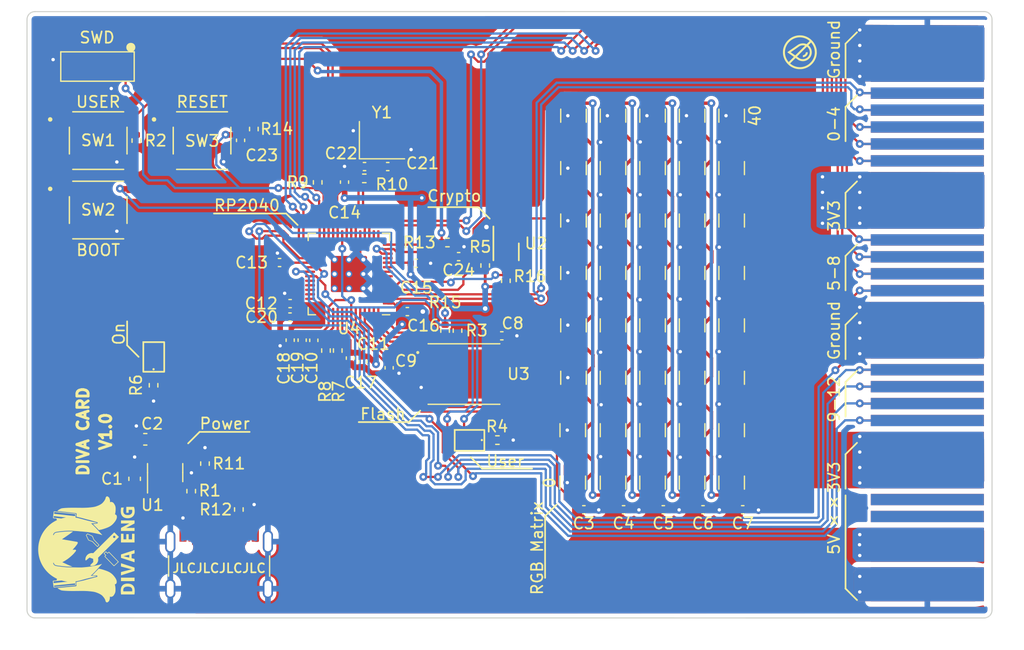
<source format=kicad_pcb>
(kicad_pcb (version 20211014) (generator pcbnew)
  (layers (0 "F.Cu" signal) (31 "B.Cu" power) (34 "B.Paste" user) (35 "F.Paste" user) (36 "B.SilkS" user "B.Silkscreen") (37 "F.SilkS" user "F.Silkscreen") (38 "B.Mask" user) (39 "F.Mask" user) (44 "Edge.Cuts" user))
  (net 0 "")
  (net 1 "GND")
  (net 2 "+3V3")
  (net 3 "/microcontroller/USB_DP")
  (net 4 "+1V1")
  (net 5 "/microcontroller/XIN")
  (net 6 "Net-(C22-Pad2)")
  (net 7 "Net-(D1-Pad1)")
  (net 8 "Net-(D2-Pad1)")
  (net 9 "/connectors/SWDIO")
  (net 10 "/connectors/SWDCLK")
  (net 14 "/connectors/~{RESET}")
  (net 15 "Net-(J2-PadA5)")
  (net 16 "/connectors/USB_D+")
  (net 17 "/connectors/USB_D-")
  (net 19 "Net-(J2-PadB5)")
  (net 21 "/microcontroller/USB_DM")
  (net 22 "/connectors/USER_IO_0")
  (net 23 "/connectors/USER_IO_1")
  (net 24 "/connectors/USER_IO_2")
  (net 25 "/connectors/USER_IO_3")
  (net 26 "/connectors/USER_IO_4")
  (net 27 "/connectors/USER_IO_5")
  (net 28 "/connectors/USER_IO_6")
  (net 29 "/connectors/USER_IO_7")
  (net 30 "Net-(L1-Pad1)")
  (net 31 "Net-(L2-Pad1)")
  (net 32 "Net-(L3-Pad1)")
  (net 33 "Net-(L4-Pad1)")
  (net 34 "Net-(L5-Pad1)")
  (net 35 "Net-(L6-Pad1)")
  (net 36 "Net-(L7-Pad1)")
  (net 37 "Net-(L8-Pad1)")
  (net 38 "Net-(L10-Pad3)")
  (net 39 "Net-(L10-Pad1)")
  (net 40 "Net-(L11-Pad1)")
  (net 41 "Net-(L12-Pad1)")
  (net 42 "Net-(L13-Pad1)")
  (net 43 "Net-(L14-Pad1)")
  (net 44 "Net-(L15-Pad1)")
  (net 45 "Net-(L16-Pad1)")
  (net 46 "Net-(L17-Pad1)")
  (net 47 "Net-(L18-Pad1)")
  (net 48 "Net-(L19-Pad1)")
  (net 49 "Net-(L20-Pad1)")
  (net 50 "Net-(L21-Pad1)")
  (net 51 "Net-(L22-Pad1)")
  (net 52 "Net-(L23-Pad1)")
  (net 53 "Net-(L24-Pad1)")
  (net 54 "Net-(L25-Pad1)")
  (net 55 "Net-(L26-Pad1)")
  (net 56 "Net-(L27-Pad1)")
  (net 57 "Net-(L28-Pad1)")
  (net 58 "Net-(L29-Pad1)")
  (net 59 "Net-(L30-Pad1)")
  (net 60 "Net-(L31-Pad1)")
  (net 61 "Net-(L32-Pad1)")
  (net 62 "Net-(L33-Pad1)")
  (net 63 "Net-(L34-Pad1)")
  (net 64 "Net-(L35-Pad1)")
  (net 65 "Net-(L36-Pad1)")
  (net 66 "Net-(L37-Pad1)")
  (net 67 "Net-(L38-Pad1)")
  (net 68 "Net-(L39-Pad1)")
  (net 70 "Net-(R1-Pad2)")
  (net 71 "/microcontroller/~{QSPI_CS}")
  (net 72 "/microcontroller/XOUT")
  (net 74 "/microcontroller/QSPI_SIO1")
  (net 75 "/microcontroller/QSPI_SIO2")
  (net 76 "/microcontroller/QSPI_SIO0")
  (net 77 "/microcontroller/QSPI_SCLK")
  (net 78 "/microcontroller/QSPI_SIO3")
  (net 79 "/connectors/USER_IO_8")
  (net 80 "/connectors/USER_IO_9")
  (net 81 "/microcontroller/GPIO_04")
  (net 82 "/microcontroller/GPIO_05")
  (net 83 "/microcontroller/GPIO_06")
  (net 84 "/microcontroller/GPIO_07")
  (net 85 "/microcontroller/GPIO_08")
  (net 86 "/~{USER_SW0}")
  (net 87 "/connectors/USER_IO_10")
  (net 88 "/connectors/USER_IO_11")
  (net 89 "/connectors/USER_IO_12")
  (net 90 "/microcontroller/GPIO_13")
  (net 91 "/microcontroller/GPIO_12")
  (net 92 "/microcontroller/GPIO_25")
  (net 93 "/microcontroller/GPIO_26_ADC_0")
  (net 94 "/microcontroller/GPIO_27_ADC_1")
  (net 95 "/microcontroller/GPIO_28_ADC_2")
  (net 96 "/microcontroller/GPIO_29_ADC_3")
  (net 97 "/I2C0_SDA")
  (net 98 "/I2C0_SCL")
  (net 99 "/USER_LED")
  (net 100 "/LED_DI")
  (net 101 "+5V")
  (net 106 "Net-(R14-Pad2)")
  (net 107 "/peripherals/~{BOOT_SEL}")
  (net 108 "Net-(R13-Pad2)")
  (footprint "Diva-Card:WS2812C-2020" (layer "F.Cu") (at 125.963 102.368 90)
    (fp_text reference "L33")
    (fp_text value "WS2812C")
  )
  (footprint "Capacitor_SMD:C_0402_1005Metric" (layer "F.Cu") (at 82.5 72.05 -90)
    (fp_text reference "C23")
    (fp_text value "1u")
  )
  (footprint "Capacitor_SMD:C_0603_1608Metric" (layer "F.Cu") (at 74.0664 98.532 180)
    (fp_text reference "C2")
    (fp_text value "10u")
  )
  (footprint "Resistor_SMD:R_0402_1005Metric" (layer "F.Cu") (at 83.675 71.05 90)
    (fp_text reference "R14")
    (fp_text value "10k")
  )
  (footprint "Diva-Card:WS2812C-2020" (layer "F.Cu") (at 125.963 97.725142 90)
    (fp_text reference "L34")
    (fp_text value "WS2812C")
  )
  (footprint "Fiducial:Fiducial_0.5mm_Mask1mm" (layer "F.Cu") (at 65.375 112.65)
    (fp_text reference "FID1")
    (fp_text value "Fiducial")
  )
  (footprint "Capacitor_SMD:C_0402_1005Metric" (layer "F.Cu") (at 88.9836 89.7624 -90)
    (fp_text reference "C10")
    (fp_text value "100n")
  )
  (footprint "Diva-Card:WS2812C-2020" (layer "F.Cu") (at 125.963 88.439428 90)
    (fp_text reference "L36")
    (fp_text value "WS2812C")
  )
  (footprint "Diva-Card:WS2812C-2020" (layer "F.Cu") (at 111.962999 79.153714 90)
    (fp_text reference "L6")
    (fp_text value "WS2812C")
  )
  (footprint "Diva-Card:WS2812C-2020" (layer "F.Cu") (at 115.463 88.439428 90)
    (fp_text reference "L12")
    (fp_text value "WS2812C")
  )
  (footprint "Diva-Card:WS2812C-2020" (layer "F.Cu") (at 115.463 97.725142 90)
    (fp_text reference "L10")
    (fp_text value "WS2812C")
  )
  (footprint "Diva-Card:WS2812C-2020" (layer "F.Cu") (at 118.963 88.439428 90)
    (fp_text reference "L20")
    (fp_text value "WS2812C")
  )
  (footprint "Diva-Card:PICO_CARD_EDGE_21" (layer "F.Cu") (at 143.28 87.37)
    (fp_text reference "J3")
    (fp_text value "Conn_02x21_Odd_Even")
  )
  (footprint "Diva-Card:WS2812C-2020" (layer "F.Cu") (at 118.963 102.368 90)
    (fp_text reference "L17")
    (fp_text value "WS2812C")
  )
  (footprint "Capacitor_SMD:C_0402_1005Metric" (layer "F.Cu") (at 123.428 104.768)
    (fp_text reference "C6")
    (fp_text value "100n")
  )
  (footprint "Diva-Card:WS2812C-2020" (layer "F.Cu") (at 115.463 74.510857 90)
    (fp_text reference "L15")
    (fp_text value "WS2812C")
  )
  (footprint "Diva-Card:WS2812C-2020" (layer "F.Cu") (at 111.962999 88.439428 90)
    (fp_text reference "L4")
    (fp_text value "WS2812C")
  )
  (footprint "Resistor_SMD:R_0402_1005Metric" (layer "F.Cu") (at 93.45 75.42 180)
    (fp_text reference "R10")
    (fp_text value "100")
  )
  (footprint "Diva-Card:WS2812C-2020" (layer "F.Cu") (at 122.463 74.510857 90)
    (fp_text reference "L31")
    (fp_text value "WS2812C")
  )
  (footprint "Resistor_SMD:R_0402_1005Metric" (layer "F.Cu") (at 105.98 84.49 90)
    (fp_text reference "R16")
    (fp_text value "4.7k")
  )
  (footprint "Capacitor_SMD:C_0402_1005Metric" (layer "F.Cu") (at 87.95 89.75 -90)
    (fp_text reference "C19")
    (fp_text value "1u")
  )
  (footprint "Diva-Card:WS2812C-2020" (layer "F.Cu") (at 122.463 102.368 90)
    (fp_text reference "L25")
    (fp_text value "WS2812C")
  )
  (footprint "Capacitor_SMD:C_0402_1005Metric" (layer "F.Cu") (at 126.943 104.768)
    (fp_text reference "C7")
    (fp_text value "100n")
  )
  (footprint "Resistor_SMD:R_0402_1005Metric" (layer "F.Cu") (at 104.15 83.14 90)
    (fp_text reference "R5")
    (fp_text value "4.7k")
  )
  (footprint "Capacitor_SMD:C_0402_1005Metric" (layer "F.Cu") (at 93.47 74.3744)
    (fp_text reference "C22")
    (fp_text value "33p")
  )
  (footprint "Resistor_SMD:R_0402_1005Metric" (layer "F.Cu") (at 73.275 72.075 90)
    (fp_text reference "R2")
    (fp_text value "10k")
  )
  (footprint "Diva-Card:WS2812C-2020" (layer "F.Cu") (at 118.963 69.868 90)
    (fp_text reference "L24")
    (fp_text value "WS2812C")
  )
  (footprint "Diva-Card:WS2812C-2020" (layer "F.Cu") (at 115.463 102.368 90)
    (fp_text reference "L9")
    (fp_text value "WS2812C")
  )
  (footprint "Diva-Card:WS2812C-2020" (layer "F.Cu") (at 111.962999 93.082285 90)
    (fp_text reference "L3")
    (fp_text value "WS2812C")
  )
  (footprint "Capacitor_SMD:C_0402_1005Metric" (layer "F.Cu") (at 97.26 87.22)
    (fp_text reference "C16")
    (fp_text value "100n")
  )
  (footprint "Fiducial:Fiducial_0.5mm_Mask1mm" (layer "F.Cu") (at 129.286 65.278)
    (fp_text reference "FID2")
    (fp_text value "Fiducial")
  )
  (footprint "Capacitor_SMD:C_0402_1005Metric" (layer "F.Cu") (at 85.95 82.875 180)
    (fp_text reference "C13")
    (fp_text value "100n")
  )
  (footprint "Capacitor_SMD:C_0402_1005Metric" (layer "F.Cu") (at 91.7 75.75 90)
    (fp_text reference "C14")
    (fp_text value "100n")
  )
  (footprint "Diva-Card:WS2812C-2020" (layer "F.Cu") (at 125.963 74.510857 90)
    (fp_text reference "L39")
    (fp_text value "WS2812C")
  )
  (footprint "Diva-Card:WS2812C-2020" (layer "F.Cu") (at 122.463 93.082285 90)
    (fp_text reference "L27")
    (fp_text value "WS2812C")
  )
  (footprint "Diva-Card:WS2812C-2020" (layer "F.Cu") (at 111.899975 102.368 90)
    (fp_text reference "L1")
    (fp_text value "WS2812C")
  )
  (footprint "Package_TO_SOT_SMD:SOT-23-5" (layer "F.Cu") (at 75.8244 101.482 90)
    (fp_text reference "U1")
    (fp_text value "AP2112K-3.3")
  )
  (footprint "Diva-Card:WS2812C-2020" (layer "F.Cu") (at 125.963 69.868 90)
    (fp_text reference "L40")
    (fp_text value "WS2812C")
  )
  (footprint "Diva-Card:WS2812C-2020" (layer "F.Cu") (at 122.463 79.153714 90)
    (fp_text reference "L30")
    (fp_text value "WS2812C")
  )
  (footprint "Capacitor_SMD:C_0402_1005Metric" (layer "F.Cu") (at 112.883 104.768)
    (fp_text reference "C3")
    (fp_text value "100n")
  )
  (footprint "Diva-Card:WS2812C-2020" (layer "F.Cu") (at 115.463 83.796571 90)
    (fp_text reference "L13")
    (fp_text value "WS2812C")
  )
  (footprint "Capacitor_SMD:C_0402_1005Metric" (layer "F.Cu") (at 101.8 82.35)
    (fp_text reference "C24")
    (fp_text value "1u")
  )
  (footprint "LED_SMD:LED_0402_1005Metric" (layer "F.Cu") (at 102.765 98.6 180)
    (fp_text reference "D1")
    (fp_text value "EMERALD")
  )
  (footprint "Diva-Card:SW_TS-1187A-B-A-B" (layer "F.Cu") (at 79.09 72.075)
    (fp_text reference "SW3")
    (fp_text value "RESET")
  )
  (footprint "Diva-Card:WS2812C-2020" (layer "F.Cu") (at 125.963 79.153714 90)
    (fp_text reference "L38")
    (fp_text value "WS2812C")
  )
  (footprint "Diva-Card:WS2812C-2020" (layer "F.Cu") (at 118.963 97.725142 90)
    (fp_text reference "L18")
    (fp_text value "WS2812C")
  )
  (footprint "Package_DFN_QFN:DFN-8-1EP_3x2mm_P0.5mm_EP1.3x1.5mm" (layer "F.Cu") (at 106 81.18 -90)
    (fp_text reference "U2")
    (fp_text value "ATECC608A-MAHDA")
  )
  (footprint "Diva-Card:WS2812C-2020" (layer "F.Cu") (at 111.962999 69.868 90)
    (fp_text reference "L8")
    (fp_text value "WS2812C")
  )
  (footprint "Diva-Card:W25Q128JVPIQ TR" (layer "F.Cu") (at 102.2719 92.75)
    (fp_text reference "U3")
    (fp_text value "W25Q128XXX")
  )
  (footprint "Resistor_SMD:R_0402_1005Metric" (layer "F.Cu") (at 100.6 88.9 -90)
    (fp_text reference "R15")
    (fp_text value "1K")
  )
  (footprint "Resistor_SMD:R_0402_1005Metric" (layer "F.Cu") (at 91.1 90.67 -90)
    (fp_text reference "R7")
    (fp_text value "27")
  )
  (footprint "Connector_USB:USB_C_Receptacle_Palconn_UTC16-G" (layer "F.Cu") (at 80.6 109.525)
    (fp_text reference "J2")
    (fp_text value "USB_C_Receptacle_USB2.0")
  )
  (footprint "Diva-Card:WS2812C-2020" (layer "F.Cu") (at 115.463 93.082285 90)
    (fp_text reference "L11")
    (fp_text value "WS2812C")
  )
  (footprint "Capacitor_SMD:C_0402_1005Metric" (layer "F.Cu") (at 116.398 104.768)
    (fp_text reference "C4")
    (fp_text value "100n")
  )
  (footprint "LED_SMD:LED_0402_1005Metric" (layer "F.Cu") (at 74.8 91.235 90)
    (fp_text reference "D2")
    (fp_text value "WHITE")
  )
  (footprint "Diva-Card:SW_TS-1187A-B-A-B" (layer "F.Cu") (at 69.9 72.075)
    (fp_text reference "SW1")
    (fp_text value "USER")
  )
  (footprint "Capacitor_SMD:C_0603_1608Metric" (layer "F.Cu") (at 73.1244 102.032 90)
    (fp_text reference "C1")
    (fp_text value "10u")
  )
  (footprint "Capacitor_SMD:C_0402_1005Metric" (layer "F.Cu") (at 95.524 74.3744 180)
    (fp_text reference "C21")
    (fp_text value "33p")
  )
  (footprint "Diva-Card:WS2812C-2020" (layer "F.Cu") (at 122.463 69.868 90)
    (fp_text reference "L32")
    (fp_text value "WS2812C")
  )
  (footprint "Diva-Card:WS2812C-2020" (layer "F.Cu") (at 122.463 83.796571 90)
    (fp_text reference "L29")
    (fp_text value "WS2812C")
  )
  (footprint "Diva-Card:RP2040-QFN-56" (layer "F.Cu") (at 92.0925 83.89 180)
    (fp_text reference "U4")
    (fp_text value "RP2040")
  )
  (footprint "Capacitor_SMD:C_0402_1005Metric" (layer "F.Cu") (at 86.875 87.7 180)
    (fp_text reference "C20")
    (fp_text value "1u")
  )
  (footprint "Diva-Card:WS2812C-2020" (layer "F.Cu") (at 118.963 83.796571 90)
    (fp_text reference "L21")
    (fp_text value "WS2812C")
  )
  (footprint "Crystal:Crystal_SMD_3225-4Pin_3.2x2.5mm" (layer "F.Cu") (at 95.016 72.0376)
    (fp_text reference "Y1")
    (fp_text value "X322512MSB4SI")
  )
  (footprint "Resistor_SMD:R_0402_1005Metric" (layer "F.Cu") (at 90.0586 90.67 -90)
    (fp_text reference "R8")
    (fp_text value "27")
  )
  (footprint "Resistor_SMD:R_0402_1005Metric" (layer "F.Cu") (at 79.3496 100.6836 90)
    (fp_text reference "R11")
    (fp_text value "5k1")
  )
  (footprint "Diva-Card:WS2812C-2020" (layer "F.Cu") (at 115.463 69.868 90)
    (fp_text reference "L16")
    (fp_text value "WS2812C")
  )
  (footprint "Capacitor_SMD:C_0402_1005Metric" (layer "F.Cu") (at 92.22 91.34 -90)
    (fp_text reference "C17")
    (fp_text value "100n")
  )
  (footprint "Connector:Tag-Connect_TC2050-IDC-NL_2x05_P1.27mm_Vertical" (layer "F.Cu") (at 69.785659 65.515 180)
    (fp_text reference "J1")
    (fp_text value "Conn_02x05_Odd_Even")
  )
  (footprint "Diva-Card:SW_TS-1187A-B-A-B" (layer "F.Cu") (at 69.9 78.225)
    (fp_text reference "SW2")
    (fp_text value "BOOTSEL")
  )
  (footprint "Capacitor_SMD:C_0402_1005Metric" (layer "F.Cu") (at 93.33 91.67 -90)
    (fp_text reference "C11")
    (fp_text value "100n")
  )
  (footprint "Diva-Card:WS2812C-2020" (layer "F.Cu") (at 118.963 74.510857 90)
    (fp_text reference "L23")
    (fp_text value "WS2812C")
  )
  (footprint "LOGO" (layer "F.Cu") (at 69.103675 108.228502 90)
    (fp_text reference "G***")
    (fp_text value "LOGO" hide)
  )
  (footprint "Resistor_SMD:R_0402_1005Metric" (layer "F.Cu") (at 89.325 75.775 -90)
    (fp_text reference "R9")
    (fp_text value "10K")
  )
  (footprint "Capacitor_SMD:C_0402_1005Metric" (layer "F.Cu") (at 105.62 89.365)
    (fp_text reference "C8")
    (fp_text value "100n")
  )
  (footprint "Diva-Card:WS2812C-2020" (layer "F.Cu") (at 125.963 93.082285 90)
    (fp_text reference "L35")
    (fp_text value "WS2812C")
  )
  (footprint "Diva-Card:WS2812C-2020" (layer "F.Cu") (at 115.463 79.153714 90)
    (fp_text reference "L14")
    (fp_text value "WS2812C")
  )
  (footprint "LOGO" (layer "F.Cu") (at 132 64.25 90)
    (fp_text reference "G***")
    (fp_text value "LOGO" hide)
  )
  (footprint "Diva-Card:WS2812C-2020" (layer "F.Cu") (at 111.962999 74.510857 90)
    (fp_text reference "L7")
    (fp_text value "WS2812C")
  )
  (footprint "Capacitor_SMD:C_0402_1005Metric" (layer "F.Cu") (at 95.65 92.2 -90)
    (fp_text reference "C9")
    (fp_text value "100n")
  )
  (footprint "Resistor_SMD:R_0402_1005Metric" (layer "F.Cu") (at 101.7 88.9 -90)
    (fp_text reference "R3")
    (fp_text value "10k")
  )
  (footprint "Resistor_SMD:R_0402_1005Metric" (layer "F.Cu") (at 74.8 93.745 -90)
    (fp_text reference "R6")
    (fp_text value "1k5")
  )
  (footprint "Diva-Card:WS2812C-2020" (layer "F.Cu") (at 118.963 93.082285 90)
    (fp_text reference "L19")
    (fp_text value "WS2812C")
  )
  (footprint "Capacitor_SMD:C_0402_1005Metric" (layer "F.Cu") (at 86.8836 86.5124 180)
    (fp_text reference "C12")
    (fp_text value "100n")
  )
  (footprint "Diva-Card:WS2812C-2020" (layer "F.Cu") (at 122.463 88.439428 90)
    (fp_text reference "L28")
    (fp_text value "WS2812C")
  )
  (footprint "Diva-Card:WS2812C-2020" (layer "F.Cu") (at 122.463 97.725142 90)
    (fp_text reference "L26")
    (fp_text value "WS2812C")
  )
  (footprint "Resistor_SMD:R_0402_1005Metric" (layer "F.Cu") (at 105.2312 98.6)
    (fp_text reference "R4")
    (fp_text value "1k5")
  )
  (footprint "Diva-Card:WS2812C-2020" (layer "F.Cu") (at 125.963 83.796571 90)
    (fp_text reference "L37")
    (fp_text value "WS2812C")
  )
  (footprint "Capacitor_SMD:C_0402_1005Metric" (layer "F.Cu") (at 98.03 82.94)
    (fp_text reference "C15")
    (fp_text value "100n")
  )
  (footprint "Capacitor_SMD:C_0402_1005Metric" (layer "F.Cu") (at 119.913 104.768)
    (fp_text reference "C5")
    (fp_text value "100n")
  )
  (footprint "Diva-Card:WS2812C-2020" (layer "F.Cu") (at 111.962999 83.796571 90)
    (fp_text reference "L5")
    (fp_text value "WS2812C")
  )
  (footprint "Resistor_SMD:R_0402_1005Metric" (layer "F.Cu") (at 78.1304 103.124 90)
    (fp_text reference "R1")
    (fp_text value "10k")
  )
  (footprint "Capacitor_SMD:C_0402_1005Metric" (layer "F.Cu") (at 86.89 89.75 -90)
    (fp_text reference "C18")
    (fp_text value "100n")
  )
  (footprint "Diva-Card:WS2812C-2020" (layer "F.Cu") (at 111.899975 97.725142 90)
    (fp_text reference "L2")
    (fp_text value "WS2812C")
  )
  (footprint "Resistor_SMD:R_0402_1005Metric" (layer "F.Cu") (at 100.81 81.1 180)
    (fp_text reference "R13")
    (fp_text value "10k")
  )
  (footprint "Resistor_SMD:R_0402_1005Metric" (layer "F.Cu") (at 82.3468 104.7496 90)
    (fp_text reference "R12")
    (fp_text value "5k1")
  )
  (footprint "Diva-Card:WS2812C-2020" (layer "F.Cu") (at 118.963 79.153714 90)
    (fp_text reference "L22")
    (fp_text value "WS2812C")
  )
  (gr_line (start 97.382 97.008) (end 98.398 95.992) (layer "F.SilkS") (width 0.15))
  (gr_line (start 92.958 97.008) (end 97.382 97.008) (layer "F.SilkS") (width 0.15))
  (gr_line (start 109.45 105.333) (end 109.45 110.8) (layer "F.SilkS") (width 0.15))
  (gr_line (start 72.459 90.209) (end 73.475 91.225) (layer "F.SilkS") (width 0.15))
  (gr_line (start 78.876 97.875) (end 77.86 98.891) (layer "F.SilkS") (width 0.15))
  (gr_line (start 137.057 68.066) (end 136.041 69.082) (layer "F.SilkS") (width 0.15))
  (gr_line (start 136.041 103.5) (end 136.041 111.754) (layer "F.SilkS") (width 0.15))
  (gr_rect (start 101.45 97.7) (end 104.075 99.55) (layer "F.SilkS") (width 0.15) (fill none))
  (gr_line (start 137.057 81.274) (end 136.041 82.29) (layer "F.SilkS") (width 0.15))
  (gr_line (start 137.057 98.842) (end 136.041 99.858) (layer "F.SilkS") (width 0.15))
  (gr_line (start 110.466 104.317) (end 109.45 105.333) (layer "F.SilkS") (width 0.15))
  (gr_line (start 86.534 78.534) (end 80.143 78.534) (layer "F.SilkS") (width 0.15))
  (gr_line (start 136.041 88.386) (end 136.041 91.434) (layer "F.SilkS") (width 0.15))
  (gr_line (start 136.041 63.494) (end 136.041 66.542) (layer "F.SilkS") (width 0.15))
  (gr_line (start 137.057 75.686) (end 136.041 76.702) (layer "F.SilkS") (width 0.15))
  (gr_line (start 102.859 100.109) (end 103.875 101.125) (layer "F.SilkS") (width 0.15))
  (gr_line (start 136.041 82.29) (end 136.041 85.338) (layer "F.SilkS") (width 0.15))
  (gr_line (start 103.532 77.97) (end 99.108 77.97) (layer "F.SilkS") (width 0.15))
  (gr_line (start 136.041 99.858) (end 136.041 102.906) (layer "F.SilkS") (width 0.15))
  (gr_line (start 136.041 111.754) (end 137.057 112.77) (layer "F.SilkS") (width 0.15))
  (gr_line (start 136.041 69.082) (end 136.041 72.13) (layer "F.SilkS") (width 0.15))
  (gr_line (start 87.55 79.55) (end 86.534 78.534) (layer "F.SilkS") (width 0.15))
  (gr_line (start 103.875 101.125) (end 108.299 101.125) (layer "F.SilkS") (width 0.15))
  (gr_line (start 137.057 92.45) (end 136.041 93.466) (layer "F.SilkS") (width 0.15))
  (gr_line (start 137.057 87.37) (end 136.041 88.386) (layer "F.SilkS") (width 0.15))
  (gr_rect (start 73.892 92.55) (end 75.742 89.925) (layer "F.SilkS") (width 0.15) (fill none))
  (gr_line (start 136.041 93.466) (end 136.041 96.514) (layer "F.SilkS") (width 0.15))
  (gr_line (start 136.041 76.702) (end 136.041 79.75) (layer "F.SilkS") (width 0.15))
  (gr_line (start 83.3 97.875) (end 78.876 97.875) (layer "F.SilkS") (width 0.15))
  (gr_line (start 137.057 62.478) (end 136.041 63.494) (layer "F.SilkS") (width 0.15))
  (gr_line (start 104.548 78.986) (end 103.532 77.97) (layer "F.SilkS") (width 0.15))
  (gr_line (start 72.459 88.084) (end 72.459 90.209) (layer "F.SilkS") (width 0.15))
  (gr_line locked (start 63.6 113.65) (end 63.6 61.35) (layer "Edge.Cuts") (width 0.1))
  (gr_arc locked (start 63.6 61.35) (mid 63.805025 60.855025) (end 64.3 60.65) (layer "Edge.Cuts") (width 0.1))
  (gr_line locked (start 148.305025 114.355025) (end 64.3 114.35) (layer "Edge.Cuts") (width 0.1))
  (gr_arc locked (start 148.305025 60.644975) (mid 148.8 60.85) (end 149.005025 61.344975) (layer "Edge.Cuts") (width 0.1))
  (gr_arc locked (start 149.005025 113.655025) (mid 148.8 114.15) (end 148.305025 114.355025) (layer "Edge.Cuts") (width 0.1))
  (gr_line locked (start 149.005025 61.344975) (end 149.005025 113.655025) (layer "Edge.Cuts") (width 0.1))
  (gr_line locked (start 64.3 60.65) (end 148.305025 60.644975) (layer "Edge.Cuts") (width 0.1))
  (gr_arc locked (start 64.3 114.35) (mid 63.805025 114.144975) (end 63.6 113.65) (layer "Edge.Cuts") (width 0.1))
  (gr_text "BOOT" (at 69.9 81.775) (layer "F.SilkS") (effects (font (size 1 1))))
  (gr_text "Ground" (at 135.025 64.002 90) (layer "F.SilkS") (effects (font (size 1 1))))
  (gr_text "0-4" (at 135.025 70.606 90) (layer "F.SilkS") (effects (font (size 1 1))))
  (gr_text "40" (at 128.025 69.875 90) (layer "F.SilkS") (effects (font (size 1 1))))
  (gr_text "SWD" (at 69.8 62.95) (layer "F.SilkS") (effects (font (size 1 1))))
  (gr_text "Power" (at 81.1 97.141) (layer "F.SilkS") (effects (font (size 1 1))))
  (gr_text "5-8" (at 135.025 83.814 90) (layer "F.SilkS") (effects (font (size 1 1))))
  (gr_text "Ground" (at 135.025 88.894 90) (layer "F.SilkS") (effects (font (size 1 1))))
  (gr_text "0" (at 109.85 102.375 90) (layer "F.SilkS") (effects (font (size 1 1))))
  (gr_text "RESET" (at 79.1 68.65) (layer "F.SilkS") (effects (font (size 1 1))))
  (gr_text "V1.0" (at 70.5612 97.8408 90) (layer "F.SilkS") (effects (font (size 1 1) (thickness 0.25))))
  (gr_text "USER" (at 69.9 68.65) (layer "F.SilkS") (effects (font (size 1 1))))
  (gr_text "Crypto" (at 101.415 76.978) (layer "F.SilkS") (effects (font (size 1 1))))
  (gr_text "On" (at 71.725 89.2 90) (layer "F.SilkS") (effects (font (size 1 1))))
  (gr_text "JLCJLCJLCJLC" (at 80.6 109.95) (layer "F.SilkS") (effects (font (size 0.8 0.8))))
  (gr_text "User" (at 105.925 100.475) (layer "F.SilkS") (effects (font (size 1 1))))
  (gr_text "9-12" (at 135.025 94.99 90) (layer "F.SilkS") (effects (font (size 1 1))))
  (gr_text "x\nx" (at 135.025 104.8) (layer "F.SilkS") (effects (font (size 1 1))))
  (gr_text "RP2040" (at 83.068 77.817) (layer "F.SilkS") (effects (font (size 1 1))))
  (gr_text "3V3" (at 135.025 101.89 90) (layer "F.SilkS") (effects (font (size 1 1))))
  (gr_text "3V3" (at 135.025 78.734 90) (layer "F.SilkS") (effects (font (size 1 1))))
  (gr_text "Flash" (at 95.098 96.298) (layer "F.SilkS") (effects (font (size 1 1))))
  (gr_text "5V" (at 135.02 107.84 90) (layer "F.SilkS") (effects (font (size 1 1))))
  (gr_text "RGB Matrix" (at 108.75 108.175 90) (layer "F.SilkS") (effects (font (size 1 1))))
  (gr_text "DIVA CARD" (at 68.5612 97.8408 90) (layer "F.SilkS") (effects (font (size 1 1) (thickness 0.25))))
  (segment (start 120.393 104.768) (end 121.299 104.768) (width 0.3) (layer "F.Cu") (net 1))
  (segment (start 128.313 104.768) (end 128.338 104.793) (width 0.3) (layer "F.Cu") (net 1))
  (segment (start 102.28 82.35) (end 102.28 81.48) (width 0.3) (layer "F.Cu") (net 1))
  (segment (start 114.963001 87.334528) (end 114.963001 86.683687) (width 0.3) (layer "F.Cu") (net 1))
  (segment (start 118.463001 77.468001) (end 117.863 76.868) (width 0.3) (layer "F.Cu") (net 1))
  (segment (start 125.463001 82.691671) (end 125.463001 82.118001) (width 0.3) (layer "F.Cu") (net 1))
  (segment (start 71.055659 66.15) (end 71.055659 67.4626) (width 0.2) (layer "F.Cu") (net 1))
  (segment (start 111.463 82.691671) (end 111.463 83.768) (width 0.3) (layer "F.Cu") (net 1))
  (segment (start 99.32 82.94) (end 98.51 82.94) (width 0.5) (layer "F.Cu") (net 1))
  (segment (start 114.963001 91.977385) (end 114.963001 91.418001) (width 0.3) (layer "F.Cu") (net 1))
  (segment (start 114.963001 82.691671) (end 114.963001 82.118001) (width 0.3) (layer "F.Cu") (net 1))
  (segment (start 121.963001 82.691671) (end 121.963001 82.068501) (width 0.3) (layer "F.Cu") (net 1))
  (segment (start 121.963001 82.068501) (end 121.4125 81.518) (width 0.3) (layer "F.Cu") (net 1))
  (segment (start 121.963001 72.768501) (end 121.4125 72.218) (width 0.3) (layer "F.Cu") (net 1))
  (segment (start 121.963001 86.668501) (end 121.4125 86.118) (width 0.3) (layer "F.Cu") (net 1))
  (segment (start 121.963001 73.405957) (end 121.963001 72.768501) (width 0.3) (layer "F.Cu") (net 1))
  (segment (start 94.03 92.68) (end 95.65 92.68) (width 0.5) (layer "F.Cu") (net 1))
  (segment (start 111.463 78.048814) (end 111.463 79.168) (width 0.3) (layer "F.Cu") (net 1))
  (segment (start 92.9612 74.3744) (end 91.7144 74.3744) (width 0.5) (layer "F.Cu") (net 1))
  (segment (start 86.02 90.23) (end 86 90.25) (width 0.5) (layer "F.Cu") (net 1))
  (segment (start 76.383551 101.5) (end 75.8244 102.059151) (width 0.5) (layer "F.Cu") (net 1))
  (segment (start 97.5724 72.8876) (end 97.59 72.87) (width 0.5) (layer "F.Cu") (net 1))
  (segment (start 125.463001 100.618001) (end 124.913 100.068) (width 0.3) (layer "F.Cu") (net 1))
  (segment (start 93.33 92.15) (end 92.55 92.15) (width 0.5) (layer "F.Cu") (net 1))
  (segment (start 125.463001 82.118001) (end 124.863 81.518) (width 0.3) (layer "F.Cu") (net 1))
  (segment (start 111.399976 101.2631) (end 111.399976 102.354976) (width 0.3) (layer "F.Cu") (net 1))
  (segment (start 125.463001 78.048814) (end 125.463001 77.468001) (width 0.3) (layer "F.Cu") (net 1))
  (segment (start 91.7144 74.3744) (end 91.7 74.36) (width 0.5) (layer "F.Cu") (net 1))
  (segment (start 125.463001 68.7631) (end 125.463 69.868) (width 0.3) (layer "F.Cu") (net 1))
  (segment (start 114.963001 91.418001) (end 114.363 90.818) (width 0.3) (layer "F.Cu") (net 1))
  (segment (start 72.9 73.95) (end 71.57 73.95) (width 0.5) (layer "F.Cu") (net 1))
  (segment (start 92.55 92.15) (end 92.22 91.82) (width 0.5) (layer "F.Cu") (net 1))
  (segment (start 106.1 89.365) (end 106.955 89.365) (width 0.5) (layer "F.Cu") (net 1))
  (segment (start 82.09 73.95) (end 82.09 72.94) (width 0.5) (layer "F.Cu") (net 1))
  (segment (start 71.57 73.95) (end 71.55 73.97) (width 0.5) (layer "F.Cu") (net 1))
  (segment (start 118.463001 82.691671) (end 118.463001 82.118001) (width 0.3) (layer "F.Cu") (net 1))
  (segment (start 93.0925 80.4525) (end 93.0925 82.34) (width 0.2) (layer "F.Cu") (net 1))
  (segment (start 127.423 104.768) (end 128.313 104.768) (width 0.3) (layer "F.Cu") (net 1))
  (segment (start 111.399976 96.620242) (end 111.399976 97.704976) (width 0.3) (layer "F.Cu") (net 1))
  (segment (start 97.74 87.22) (end 98.63 87.22) (width 0.7) (layer "F.Cu") (net 1))
  (segment (start 102.28 81.48) (end 102.275 81.475) (width 0.3) (layer "F.Cu") (net 1))
  (segment (start 82.09 73.95) (end 81 73.95) (width 0.5) (layer "F.Cu") (net 1))
  (segment (start 114.187 104.768) (end 114.201 104.782) (width 0.3) (layer "F.Cu") (net 1))
  (segment (start 118.463001 87.334528) (end 118.463001 86.768001) (width 0.3) (layer "F.Cu") (net 1))
  (segment (start 114.963001 77.468001) (end 114.363 76.868) (width 0.3) (layer "F.Cu") (net 1))
  (segment (start 114.963001 82.118001) (end 114.363 81.518) (width 0.3) (layer "F.Cu") (net 1))
  (segment (start 93.0925 82.34) (end 93.3675 82.615) (width 0.2) (layer "F.Cu") (net 1))
  (segment (start 118.463001 96.018001) (end 117.863 95.418) (width 0.3) (layer "F.Cu") (net 1))
  (segment (start 114.963001 78.048814) (end 114.963001 77.468001) (width 0.3) (layer "F.Cu") (net 1))
  (segment (start 111.463 87.334528) (end 111.463 88.418) (width 0.3) (layer "F.Cu") (net 1))
  (segment (start 96.004 72.9996) (end 96.116 72.8876) (width 0.5) (layer "F.Cu") (net 1))
  (segment (start 96.004 74.3744) (end 96.004 72.9996) (width 0.5) (layer "F.Cu") (net 1))
  (segment (start 114.963001 72.818001) (end 114.363 72.218) (width 0.3) (layer "F.Cu") (net 1))
  (segment (start 86.4036 87.6914) (end 86.395 87.7) (width 0.5) (layer "F.Cu") (net 1))
  (segment (start 125.463001 72.783687) (end 124.872859 72.193545) (width 0.3) (layer "F.Cu") (net 1))
  (segment (start 72.9 80.1) (end 71.55 80.1) (width 0.5) (layer "F.Cu") (net 1))
  (segment (start 73.1244 100.1006) (end 73.125 100.1) (width 0.5) (layer "F.Cu") (net 1))
  (segment (start 117.743 104.768) (end 117.757 104.782) (width 0.3) (layer "F.Cu") (net 1))
  (segment (start 114.963001 100.668001) (end 114.363 100.068) (width 0.3) (layer "F.Cu") (net 1))
  (segment (start 116.878 104.768) (end 117.743 104.768) (width 0.3) (layer "F.Cu") (net 1))
  (segment (start 111.463 73.405957) (end 111.463 74.518) (width 0.3) (layer "F.Cu") (net 1))
  (segment (start 105.25 79.73) (end 105.25 80.43) (width 0.25) (layer "F.Cu") (net 1))
  (segment (start 114.963001 96.620242) (end 114.963001 96.018001) (width 0.3) (layer "F.Cu") (net 1))
  (segment (start 125.463001 91.977385) (end 125.463001 91.368001) (width 0.3) (layer "F.Cu") (net 1))
  (segment (start 111.463 91.977385) (end 111.463 93.068) (width 0.3) (layer "F.Cu") (net 1))
  (segment (start 86 90.25) (end 86 88.095) (width 0.5) (layer "F.Cu") (net 1))
  (segment (start 82.09 72.94) (end 82.5 72.53) (width 0.5) (layer "F.Cu") (net 1))
  (segment (start 121.963001 77.418501) (end 121.4125 76.868) (width 0.3) (layer "F.Cu") (net 1))
  (segment (start 99.202359 94.655) (end 99.4017 94.655) (width 0.3) (layer "F.Cu") (net 1))
  (segment (start 78.15 101.5) (end 76.383551 101.5) (width 0.5) (layer "F.Cu") (net 1))
  (segment (start 98.484413 93.937054) (end 99.202359 94.655) (width 0.3) (layer "F.Cu") (net 1))
  (segment (start 118.463001 91.977385) (end 118.463001 91.368001) (width 0.3) (layer "F.Cu") (net 1))
  (segment (start 114.963001 101.2631) (end 114.963001 100.668001) (width 0.3) (layer "F.Cu") (net 1))
  (segment (start 79.3496 99.2704) (end 79.35 99.27) (width 0.5) (layer "F.Cu") (net 1))
  (segment (start 92.475 71.2) (end 92.4874 71.1876) (width 0.5) (layer "F.Cu") (net 1))
  (segment (start 121.963001 87.334528) (end 121.963001 86.668501) (width 0.3) (layer "F.Cu") (net 1))
  (segment (start 118.463001 101.2631) (end 118.463001 100.668001) (width 0.3) (layer "F.Cu") (net 1))
  (segment (start 121.963001 95.968501) (end 121.4125 95.418) (width 0.3) (layer "F.Cu") (net 1))
  (segment (start 121.963001 68.7631) (end 121.963 69.868) (width 0.3) (layer "F.Cu") (net 1))
  (segment (start 85.47 82.33) (end 85.76 82.04) (width 0.5) (layer "F.Cu") (net 1))
  (segment (start 114.963001 96.018001) (end 114.413 95.468) (width 0.3) (layer "F.Cu") (net 1))
  (segment (start 121.963001 101.2631) (end 121.963001 100.668501) (width 0.3) (layer "F.Cu") (net 1))
  (segment (start 95.65 92.68) (end 96.52 92.68) (width 0.5) (layer "F.Cu") (net 1))
  (segment (start 85.47 82.875) (end 85.47 82.33) (width 0.5) (layer "F.Cu") (net 1))
  (segment (start 118.463001 100.668001) (end 117.863 100.068) (width 0.3) (layer "F.Cu") (net 1))
  (segment (start 121.963001 96.620242) (end 121.963001 95.968501) (width 0.3) (layer "F.Cu") (net 1))
  (segment (start 125.463001 96.018001) (end 124.863 95.418) (width 0.3) (layer "F.Cu") (net 1))
  (segment (start 73.2914 97.3664) (end 73.275 97.35) (width 0.5) (layer "F.Cu") (net 1))
  (segment (start 125.463001 73.405957) (end 125.463001 72.783687) (width 0.3) (layer "F.Cu") (net 1))
  (segment (start 91.7 75.27) (end 91.7 74.36) (width 0.5) (layer "F.Cu") (net 1))
  (segment (start 118.463001 96.620242) (end 118.463001 96.018001) (width 0.3) (layer "F.Cu") (net 1))
  (segment (start 113.363 104.768) (end 114.187 104.768) (width 0.3) (layer "F.Cu") (net 1))
  (segment (start 124.855 104.768) (end 124.869 104.782) (width 0.3) (layer "F.Cu") (net 1))
  (segment (start 93.5 92.15) (end 94.03 92.68) (width 0.5) (layer "F.Cu") (net 1))
  (segment (start 118.463001 68.7631) (end 118.463 69.868) (width 0.3) (layer "F.Cu") (net 1))
  (segment (start 74.8 94.255) (end 74.8 95.145) (width 0.5) (layer "F.Cu") (net 1))
  (segment (start 125.463001 101.2631) (end 125.463001 100.618001) (width 0.3) (layer "F.Cu") (net 1))
  (segment (start 69.785659 64.88) (end 71.055659 66.15) (width 0.2) (layer "F.Cu") (net 1))
  (segment (start 73.2914 98.532) (end 73.2914 97.3664) (width 0.5) (layer "F.Cu") (net 1))
  (segment (start 118.463001 82.118001) (end 117.863 81.518) (width 0.3) (layer "F.Cu") (net 1))
  (segment (start 114.963001 73.405957) (end 114.963001 72.818001) (width 0.3) (layer "F.Cu") (net 1))
  (segment (start 86.4036 86.5124) (end 86.4036 87.6914) (width 0.5) (layer "F.Cu") (net 1))
  (segment (start 121.299 104.768) (end 121.313 104.782) (width 0.3) (layer "F.Cu") (net 1))
  (segment (start 79.3496 100.1736) (end 79.3496 99.2704) (width 0.5) (layer "F.Cu") (net 1))
  (segment (start 123.908 104.768) (end 124.855 104.768) (width 0.3) (layer "F.Cu") (net 1))
  (segment (start 118.463001 86.768001) (end 117.863 86.168) (width 0.3) (layer "F.Cu") (net 1))
  (segment (start 105.25 80.43) (end 106 81.18) (width 0.25) (layer "F.Cu") (net 1))
  (segment (start 121.963001 91.318501) (end 121.4125 90.768) (width 0.3) (layer "F.Cu") (net 1))
  (segment (start 118.463001 78.048814) (end 118.463001 77.468001) (width 0.3) (layer "F.Cu") (net 1))
  (segment (start 121.963001 91.977385) (end 121.963001 91.318501) (width 0.3) (layer "F.Cu") (net 1))
  (segment (start 121.963001 78.048814) (end 121.963001 77.418501) (width 0.3) (layer "F.Cu") (net 1))
  (segment (start 114.963001 86.683687) (end 114.372859 86.093545) (width 0.3) (layer "F.Cu") (net 1))
  (segment (start 118.463001 73.405957) (end 118.463001 72.783687) (width 0.3) (layer "F.Cu") (net 1))
  (segment (start 118.463001 91.368001) (end 117.863 90.768) (width 0.3) (layer "F.Cu") (net 1))
  (segment (start 125.463001 91.368001) (end 124.863 90.768) (width 0.3) (layer "F.Cu") (net 1))
  (segment (start 125.463001 96.620242) (end 125.463001 96.018001) (width 0.3) (layer "F.Cu") (net 1))
  (segment (start 75.8244 102.059151) (end 75.8244 102.6195) (width 0.5) (layer "F.Cu") (net 1))
  (segment (start 121.963001 100.668501) (end 121.4125 100.118) (width 0.3) (layer "F.Cu") (net 1))
  (segment (start 125.463001 87.334528) (end 125.463001 86.668001) (width 0.3) (layer "F.Cu") (net 1))
  (segment (start 105.7412 98.6) (end 106.6312 98.6) (width 0.5) (layer "F.Cu") (net 1))
  (segment (start 105.25 79.73) (end 104.26 79.73) (width 0.25) (layer "F.Cu") (net 1))
  (segment (start 77.4 105.5) (end 77.4 107.015) (width 0.5) (layer "F.Cu") (net 1))
  (segment (start 86.4036 86.5124) (end 86.4036 85.6036) (width 0.5) (layer "F.Cu") (net 1))
  (segment (start 73.1244 101.257) (end 73.1244 100.1006) (width 0.5) (layer "F.Cu") (net 1))
  (segment (start 125.463001 77.468001) (end 124.863 76.868) (width 0.3) (layer "F.Cu") (net 1))
  (segment (start 65.928659 64.88) (end 65.908059 64.9006) (width 0.3) (layer "F.Cu") (net 1))
  (segment (start 125.463001 86.668001) (end 124.863 86.068) (width 0.3) (layer "F.Cu") (net 1))
  (segment (start 118.463001 72.783687) (end 117.872859 72.193545) (width 0.3) (layer "F.Cu") (net 1))
  (segment (start 92.4874 71.1876) (end 93.916 71.1876) (width 0.5) (layer "F.Cu") (net 1))
  (segment (start 111.399976 97.704976) (end 111.413 97.718) (width 0.3) (layer "F.Cu") (net 1))
  (segment (start 114.963001 68.7631) (end 114.963 69.868) (width 0.3) (layer "F.Cu") (net 1))
  (segment (start 86 88.095) (end 86.395 87.7) (width 0.5) (layer "F.Cu") (net 1))
  (segment (start 96.116 72.8876) (end 97.5724 72.8876) (width 0.5) (layer "F.Cu") (net 1))
  (segment (start 111.463 68.7631) (end 111.463 69.868) (width 0.3) (layer "F.Cu") (net 1))
  (segment (start 86.4036 85.6036) (end 86.4 85.6) (width 0.5) (layer "F.Cu") (net 1))
  (segment (start 111.399976 102.354976) (end 111.413 102.368) (width 0.3) (layer "F.Cu") (net 1))
  (segment (start 67.245659 64.88) (end 65.928659 64.88) (width 0.3) (layer "F.Cu") (net 1))
  (segment (start 93.33 92.15) (end 93.5 92.15) (width 0.5) (layer "F.Cu") (net 1))
  (via (at 96.52 92.68) (size 0.7) (drill 0.3) (layers "F.Cu" "B.Cu") (net 1))
  (via (at 79.35 99.27) (size 0.7) (drill 0.3) (layers "F.Cu" "B.Cu") (net 1))
  (via (at 97.59 72.87) (size 0.7) (drill 0.3) (layers "F.Cu" "B.Cu") (net 1))
  (via (at 71.055659 67.4626) (size 0.7) (drill 0.3) (layers "F.Cu" "B.Cu") (net 1))
  (via (at 92.475 71.2) (size 0.7) (drill 0.3) (layers "F.Cu" "B.Cu") (net 1))
  (via (at 114.372859 86.093545) (size 0.7) (drill 0.3) (layers "F.Cu" "B.Cu") (net 1))
  (via (at 117.863 81.518) (size 0.7) (drill 0.3) (layers "F.Cu" "B.Cu") (net 1))
  (via (at 121.4125 90.768) (size 0.7) (drill 0.3) (layers "F.Cu" "B.Cu") (net 1))
  (via (at 117.863 86.168) (size 0.7) (drill 0.3) (layers "F.Cu" "B.Cu") (net 1))
  (via (at 111.463 69.868) (size 0.7) (drill 0.3) (layers "F.Cu" "B.Cu") (net 1))
  (via (at 102.275 81.475) (size 0.7) (drill 0.3) (layers "F.Cu" "B.Cu") (net 1))
  (via (at 114.201 104.782) (size 0.7) (drill 0.3) (layers "F.Cu" "B.Cu") (net 1))
  (via (at 74.8 95.145) (size 0.7) (drill 0.3) (layers "F.Cu" "B.Cu") (net 1))
  (via (at 71.55 80.1) (size 0.7) (drill 0.3) (layers "F.Cu" "B.Cu") (net 1))
  (via (at 137.3 88.2068) (size 0.7) (drill 0.3) (layers "F.Cu" "B.Cu") (net 1))
  (via (at 124.872859 72.193545) (size 0.7) (drill 0.3) (layers "F.Cu" "B.Cu") (net 1))
  (via (at 137.3 112.05) (size 0.7) (drill 0.3) (layers "F.Cu" "B.Cu") (net 1))
  (via (at 125.463 69.868) (size 0.7) (drill 0.3) (layers "F.Cu" "B.Cu") (net 1))
  (via (at 111.413 97.718) (size 0.7) (drill 0.3) (layers "F.Cu" "B.Cu") (net 1))
  (via (at 137.3 65.018) (size 0.7) (drill 0.3) (layers "F.Cu" "B.Cu") (net 1))
  (via (at 114.363 76.868) (size 0.7) (drill 0.3) (layers "F.Cu" "B.Cu") (net 1))
  (via (at 106.6312 98.6) (size 0.7) (drill 0.3) (layers "F.Cu" "B.Cu") (net 1))
  (via (at 117.872859 72.193545) (size 0.7) (drill 0.3) (layers "F.Cu" "B.Cu") (net 1))
  (via (at 71.55 73.97) (size 0.7) (drill 0.3) (layers "F.Cu" "B.Cu") (net 1))
  (via (at 124.913 100.068) (size 0.7) (drill 0.3) (layers "F.Cu" "B.Cu") (net 1))
  (via (at 99.32 82.94) (size 0.7) (drill 0.3) (layers "F.Cu" "B.Cu") (net 1))
  (via (at 111.463 83.768) (size 0.7) (drill 0.3) (layers "F.Cu" "B.Cu") (net 1))
  (via (at 86 90.25) (size 0.7) (drill 0.3) (layers "F.Cu" "B.Cu") (net 1))
  (via (at 124.863 86.068) (size 0.7) (drill 0.3) (layers "F.Cu" "B.Cu") (net 1))
  (via (at 124.863 90.768) (size 0.7) (drill 0.3) (layers "F.Cu" "B.Cu") (net 1))
  (via (at 65.908059 64.9006) (size 0.7) (drill 0.3) (layers "F.Cu" "B.Cu") (net 1))
  (via (at 114.363 81.518) (size 0.7) (drill 0.3) (layers "F.Cu" "B.Cu") (net 1))
  (via (at 128.338 104.793) (size 0.7) (drill 0.3) (layers "F.Cu" "B.Cu") (net 1))
  (via (at 114.413 95.468) (size 0.7) (drill 0.3) (layers "F.Cu" "B.Cu") (net 1))
  (via (at 121.4125 72.218) (size 0.7) (drill 0.3) (layers "F.Cu" "B.Cu") (net 1))
  (via (at 111.463 74.518) (size 0.7) (drill 0.3) (layers "F.Cu" "B.Cu") (net 1))
  (via (at 117.863 100.068) (size 0.7) (drill 0.3) (layers "F.Cu" "B.Cu") (net 1))
  (via (at 121.313 104.782) (size 0.7) (drill 0.3) (layers "F.Cu" "B.Cu") (net 1))
  (via (at 117.863 95.418) (size 0.7) (drill 0.3) (layers "F.Cu" "B.Cu") (net 1))
  (via (at 124.869 104.782) (size 0.7) (drill 0.3) (layers "F.Cu" "B.Cu") (net 1))
  (via (at 104.26 79.73) (size 0.8) (drill 0.4) (layers "F.Cu" "B.Cu") (net 1))
  (via (at 117.757 104.782) (size 0.7) (drill 0.3) (layers "F.Cu" "B.Cu") (net 1))
  (via (at 114.363 90.818) (size 0.7) (drill 0.3) (layers "F.Cu" "B.Cu") (net 1))
  (via (at 117.863 90.768) (size 0.7) (drill 0.3) (layers "F.Cu" "B.Cu") (net 1))
  (via (at 98.63 87.22) (size 0.8) (drill 0.4) (layers "F.Cu" "B.Cu") (net 1))
  (via (at 137.3 86.8352) (size 0.7) (drill 0.3) (layers "F.Cu" "B.Cu") (net 1))
  (via (at 117.863 76.868) (size 0.7) (drill 0.3) (layers "F.Cu" "B.Cu") (net 1))
  (via (at 77.4 105.5) (size 0.7) (drill 0.3) (layers "F.Cu" "B.Cu") (net 1))
  (via (at 137.3 110.6784) (size 0.7) (drill 0.3) (layers "F.Cu" "B.Cu") (net 1))
  (via (at 73.275 97.35) (size 0.7) (drill 0.3) (layers "F.Cu" "B.Cu") (net 1))
  (via (at 137.3 63.6464) (size 0.7) (drill 0.3) (layers "F.Cu" "B.Cu") (net 1))
  (via (at 118.463 69.868) (size 0.7) (drill 0.3) (layers "F.Cu" "B.Cu") (net 1))
  (via (at 73.125 100.1) (size 0.7) (drill 0.3) (layers "F.Cu" "B.Cu") (net 1))
  (via (at 91.7 74.36) (size 0.7) (drill 0.3) (layers "F.Cu" "B.Cu") (net 1))
  (via (at 86.4 85.6) (size 0.7) (drill 0.3) (layers "F.Cu" "B.Cu") (net 1))
  (via (at 121.963 69.868) (size 0.7) (drill 0.3) (layers "F.Cu" "B.Cu") (net 1))
  (via (at 121.4125 76.868) (size 0.7) (drill 0.3) (layers "F.Cu" "B.Cu") (net 1))
  (via (at 81 73.95) (size 0.7) (drill 0.3) (layers "F.Cu" "B.Cu") (net 1))
  (via (at 137.3 89.5784) (size 0.7) (drill 0.3) (layers "F.Cu" "B.Cu") (net 1))
  (via (at 98.484413 93.937054) (size 0.7) (drill 0.3) (layers "F.Cu" "B.Cu") (net 1))
  (via (at 111.413 102.368) (size 0.7) (drill 0.3) (layers "F.Cu" "B.Cu") (net 1))
  (via (at 121.4125 81.518) (size 0.7) (drill 0.3) (layers "F.Cu" "B.Cu") (net 1))
  (via (at 111.463 93.068) (size 0.7) (drill 0.3) (layers "F.Cu" "B.Cu") (net 1))
  (via (at 124.863 81.518) (size 0.7) (drill 0.3) (layers "F.Cu" "B.Cu") (net 1))
  (via (at 114.963 69.868) (size 0.7) (drill 0.3) (layers "F.Cu" "B.Cu") (net 1))
  (via (at 124.863 95.418) (size 0.7) (drill 0.3) (layers "F.Cu" "B.Cu") (net 1))
  (via (at 114.363 100.068) (size 0.7) (drill 0.3) (layers "F.Cu" "B.Cu") (net 1))
  (via (at 111.463 79.168) (size 0.7) (drill 0.3) (layers "F.Cu" "B.Cu") (net 1))
  (via (at 124.863 76.868) (size 0.7) (drill 0.3) (layers "F.Cu" "B.Cu") (net 1))
  (via (at 85.76 82.04) (size 0.7) (drill 0.3) (layers "F.Cu" "B.Cu") (net 1))
  (via (at 83.7 104.31) (size 0.7) (drill 0.3) (layers "F.Cu" "B.Cu") (net 1))
  (via (at 121.4125 86.118) (size 0.7) (drill 0.3) (layers "F.Cu" "B.Cu") (net 1))
  (via (at 137.3 66.3896) (size 0.7) (drill 0.3) (layers "F.Cu" "B.Cu") (net 1))
  (via (at 137.3 62.2748) (size 0.7) (drill 0.3) (layers "F.Cu" "B.Cu") (net 1))
  (via (at 111.463 88.418) (size 0.7) (drill 0.3) (layers "F.Cu" "B.Cu") (net 1))
  (via (at 121.4125 100.118) (size 0.7) (drill 0.3) (layers "F.Cu" "B.Cu") (net 1))
  (via (at 78.15 101.5) (size 0.7) (drill 0.3) (layers "F.Cu" "B.Cu") (net 1))
  (via (at 114.363 72.218) (size 0.7) (drill 0.3) (layers "F.Cu" "B.Cu") (net 1))
  (via (at 106.955 89.365) (size 0.7) (drill 0.3) (layers "F.Cu" "B.Cu") (net 1))
  (via (at 137.3 90.95) (size 0.7) (drill 0.3) (layers "F.Cu" "B.Cu") (net 1))
  (via (at 121.4125 95.418) (size 0.7) (drill 0.3) (layers "F.Cu" "B.Cu") (net 1))
  (segment (start 74.8744 100.3445) (end 74.8744 98.565) (width 0.5) (layer "F.Cu") (net 2))
  (segment (start 91.4966 87.3316) (end 91.4925 87.3275) (width 0.2) (layer "F.Cu") (net 2))
  (segment (start 91.04856 78.19856) (end 91.04856 76.88144) (width 0.2) (layer "F.Cu") (net 2))
  (segment (start 91.4966 89.0266) (end 91.4966 87.3316) (width 0.2) (layer "F.Cu") (net 2))
  (segment (start 91.49202 78.64202) (end 91.04856 78.19856) (width 0.2) (layer "F.Cu") (net 2))
  (segment (start 96.05 86.49) (end 96.78 87.22) (width 0.2) (layer "F.Cu") (net 2))
  (segment (start 104.15 85.01098) (end 105.918879 85.01098) (width 0.25) (layer "F.Cu") (net 2))
  (segment (start 91.8925 80.4525) (end 91.8925 79.757506) (width 0.2) (layer "F.Cu") (net 2))
  (segment (start 88.655 82.89) (end 86.445 82.89) (width 0.2) (layer "F.Cu") (net 2))
  (segment (start 91.8925 87.3275) (end 91.8925 88.8625) (width 0.2) (layer "F.Cu") (net 2))
  (segment (start 92.22 89.75) (end 92.22 90.86) (width 0.2) (layer "F.Cu") (net 2))
  (segment (start 105.918879 85.01098) (end 106.75 84.179859) (width 0.25) (layer "F.Cu") (net 2))
  (segment (start 106.75 84.179859) (end 106.75 82.63) (width 0.25) (layer "F.Cu") (net 2))
  (segment (start 95.53 86.49) (end 96.05 86.49) (width 0.2) (layer "F.Cu") (net 2))
  (segment (start 91.4966 89.0266) (end 92.22 89.75) (width 0.2) (layer "F.Cu") (net 2))
  (segment (start 95.53 82.89) (end 97.5 82.89) (width 0.2) (layer "F.Cu") (net 2))
  (segment (start 91.04856 76.88144) (end 91.7 76.23) (width 0.2) (layer "F.Cu") (net 2))
  (segment (start 93.34 90.31) (end 93.34 91.18) (width 0.2) (layer "F.Cu") (net 2))
  (segment (start 91.8925 88.8625) (end 93.34 90.31) (width 0.2) (layer "F.Cu") (net 2))
  (segment (start 93.800756 91.19) (end 93.33 91.19) (width 0.5) (layer "F.Cu") (net 2))
  (segment (start 91.8925 79.757506) (end 91.49202 79.357026) (width 0.2) (layer "F.Cu") (net 2))
  (segment (start 91.49202 79.357026) (end 91.49202 78.64202) (width 0.2) (layer "F.Cu") (net 2))
  (segment (start 91.71 77.16) (end 91.71 76.24) (width 0.5) (layer "F.Cu") (net 2))
  (segment (start 94.485461 91.874705) (end 93.800756 91.19) (width 0.5) (layer "F.Cu") (net 2))
  (segment (start 91.71 76.24) (end 91.7 76.23) (width 0.5) (layer "F.Cu") (net 2))
  (segment (start 93 90.86) (end 92.22 90.86) (width 0.5) (layer "F.Cu") (net 2))
  (segment (start 93.33 91.19) (end 93 90.86) (width 0.5) (layer "F.Cu") (net 2))
  (segment (start 104.15 85.01098) (end 104.15 83.65) (width 0.25) (layer "F.Cu") (net 2))
  (segment (start 74.8744 98.565) (end 74.8414 98.532) (width 0.5) (layer "F.Cu") (net 2))
  (segment (start 97.55 83.925) (end 97.55 82.94) (width 0.5) (layer "F.Cu") (net 2))
  (via (at 137.3 78.0284) (size 0.7) (drill 0.3) (layers "F.Cu" "B.Cu") (net 2))
  (via (at 134 78.0284) (size 0.7) (drill 0.3) (layers "F.Cu" "B.Cu") (net 2))
  (via (at 137.3 76.6568) (size 0.7) (drill 0.3) (layers "F.Cu" "B.Cu") (net 2))
  (via (at 137.3 98.2852) (size 0.7) (drill 0.3) (layers "F.Cu" "B.Cu") (net 2))
  (via (at 137.3 79.4) (size 0.7) (drill 0.3) (layers "F.Cu" "B.Cu") (net 2))
  (via (at 137.3 102.4) (size 0.7) (drill 0.3) (layers "F.Cu" "B.Cu") (net 2))
  (via (at 96.8 88.35) (size 0.7) (drill 0.3) (layers "F.Cu" "B.Cu") (net 2))
  (via (at 94.485461 91.874705) (size 0.7) (drill 0.3) (layers "F.Cu" "B.Cu") (net 2))
  (via (at 137.3 75.2852) (size 0.7) (drill 0.3) (layers "F.Cu" "B.Cu") (net 2))
  (via (at 91.71 77.16) (size 0.7) (drill 0.3) (layers "F.Cu" "B.Cu") (net 2))
  (via (at 134 75.2852) (size 0.7) (drill 0.3) (layers "F.Cu" "B.Cu") (net 2))
  (via (at 98.54 77.15) (size 0.7) (drill 0.3) (layers "F.Cu" "B.Cu") (net 2))
  (via (at 104.15 86.95) (size 0.8) (drill 0.4) (layers "F.Cu" "B.Cu") (net 2))
  (via (at 134 76.6568) (size 0.7) (drill 0.3) (layers "F.Cu" "B.Cu") (net 2))
  (via (at 97.55 83.925) (size 0.7) (drill 0.3) (layers "F.Cu" "B.Cu") (net 2))
  (via (at 137.3 99.6568) (size 0.7) (drill 0.3) (layers "F.Cu" "B.Cu") (net 2))
  (via (at 104.15 85.01098) (size 0.7) (drill 0.3) (layers "F.Cu" "B.Cu") (net 2))
  (via (at 134 79.4) (size 0.7) (drill 0.3) (layers "F.Cu" "B.Cu") (net 2))
  (via (at 137.3 101.0284) (size 0.7) (drill 0.3) (layers "F.Cu" "B.Cu") (net 2))
  (segment (start 99.367633 84.850482) (end 101.467151 86.95) (width 0.5) (layer "B.Cu") (net 2))
  (segment (start 104.15 85.01098) (end 104.15 86.95) (width 0.5) (layer "B.Cu") (net 2))
  (segment (start 101.467151 86.95) (end 104.15 86.95) (width 0.5) (layer "B.Cu") (net 2))
  (segment (start 94.485461 90.664539) (end 96.8 88.35) (width 0.5) (layer "B.Cu") (net 2))
  (segment (start 97.55 83.925) (end 97.55 77.25) (width 0.5) (layer "B.Cu") (net 2))
  (segment (start 94.485461 91.874705) (end 94.485461 90.664539) (width 0.5) (layer "B.Cu") (net 2))
  (segment (start 91.72 77.15) (end 91.71 77.16) (width 0.5) (layer "B.Cu") (net 2))
  (segment (start 97.55 83.925) (end 98.475482 84.850482) (width 0.5) (layer "B.Cu") (net 2))
  (segment (start 98.54 77.15) (end 91.72 77.15) (width 0.5) (layer "B.Cu") (net 2))
  (segment (start 98.475482 84.850482) (end 99.367633 84.850482) (width 0.5) (layer "B.Cu") (net 2))
  (segment (start 91.096119 90.156119) (end 91.1 90.16) (width 0.2) (layer "F.Cu") (net 3))
  (segment (start 91.096119 88.434313) (end 91.096119 90.156119) (width 0.2) (layer "F.Cu") (net 3))
  (segment (start 91.0925 87.3275) (end 91.0925 88.430694) (width 0.2) (layer "F.Cu") (net 3))
  (segment (start 91.0925 88.430694) (end 91.096119 88.434313) (width 0.2) (layer "F.Cu") (net 3))
  (segment (start 90.2925 87.3275) (end 90.2925 88.492494) (width 0.2) (layer "F.Cu") (net 4))
  (segment (start 90.29202 86.796185) (end 90.29202 87.1) (width 0.2) (layer "F.Cu") (net 4))
  (segment (start 95.209976 91.61) (end 95.6 91.61) (width 0.2) (layer "F.Cu") (net 4))
  (segment (start 92.2925 88.692524) (end 95.209976 91.61) (width 0.2) (layer "F.Cu") (net 4))
  (segment (start 92.29298 86.201728) (end 92.29298 86.9) (width 0.2) (layer "F.Cu") (net 4))
  (segment (start 87.95 89.27) (end 88.9712 89.27) (width 0.5) (layer "F.Cu") (net 4))
  (segment (start 91.4925 80.4525) (end 91.4925 81.6425) (width 0.2) (layer "F.Cu") (net 4))
  (segment (start 90.888194 86.200011) (end 90.29202 86.796185) (width 0.2) (layer "F.Cu") (net 4))
  (segment (start 91.4925 81.6425) (end 91.5 81.65) (width 0.2) (layer "F.Cu") (net 4))
  (segment (start 92.2925 87.3275) (end 92.2925 88.692524) (width 0.2) (layer "F.Cu") (net 4))
  (segment (start 92.294697 86.200011) (end 90.888194 86.200011) (width 0.2) (layer "F.Cu") (net 4))
  (segment (start 90.2925 88.492494) (end 89.502594 89.2824) (width 0.2) (layer "F.Cu") (net 4))
  (segment (start 92.294697 86.200011) (end 92.29298 86.201728) (width 0.2) (layer "F.Cu") (net 4))
  (segment (start 89.502594 89.2824) (end 88.9836 89.2824) (width 0.2) (layer "F.Cu") (net 4))
  (via (at 91.5 81.65) (size 0.7) (drill 0.3) (layers "F.Cu" "B.Cu") (net 4))
  (via (at 92.294697 86.200011) (size 0.7) (drill 0.3) (layers "F.Cu" "B.Cu") (net 4))
  (segment (start 91.492989 81.657011) (end 91.5 81.65) (width 0.2) (layer "B.Cu") (net 4))
  (segment (start 91.492989 85.842989) (end 91.492989 81.657011) (width 0.2) (layer "B.Cu") (net 4))
  (segment (start 92.294697 86.200011) (end 91.850011 86.200011) (width 0.2) (layer "B.Cu") (net 4))
  (segment (start 91.850011 86.200011) (end 91.492989 85.842989) (width 0.2) (layer "B.Cu") (net 4))
  (segment (start 92.69298 80.45202) (end 92.69298 79.80702) (width 0.2) (layer "F.Cu") (net 5))
  (segment (start 92.69202 79.80606) (end 92.69202 78.612986) (width 0.2) (layer "F.Cu") (net 5))
  (segment (start 93.33952 77.965486) (end 93.33952 76.345016) (width 0.2) (layer "F.Cu") (net 5))
  (segment (start 92.69202 78.612986) (end 93.33952 77.965486) (width 0.2) (layer "F.Cu") (net 5))
  (segment (start 93.33952 76.345016) (end 93.645016 76.03952) (width 0.2) (layer "F.Cu") (net 5))
  (segment (start 95.044 71.960578) (end 95.816978 71.1876) (width 0.3) (layer "F.Cu") (net 5))
  (segment (start 93.645016 76.03952) (end 94.274984 76.03952) (width 0.2) (layer "F.Cu") (net 5))
  (segment (start 95.044 75.270504) (end 95.044 74.3744) (width 0.2) (layer "F.Cu") (net 5))
  (segment (start 92.69298 79.80702) (end 92.69202 79.80606) (width 0.2) (layer "F.Cu") (net 5))
  (segment (start 92.6925 80.4525) (end 92.69298 80.45202) (width 0.2) (layer "F.Cu") (net 5))
  (segment (start 95.044 74.3744) (end 95.044 71.960578) (width 0.3) (layer "F.Cu") (net 5))
  (segment (start 94.274984 76.03952) (end 95.044 75.270504) (width 0.2) (layer "F.Cu") (net 5))
  (segment (start 95.816978 71.1876) (end 96.116 71.1876) (width 0.3) (layer "F.Cu") (net 5))
  (segment (start 93.97 73.61) (end 93.97 72.9416) (width 0.5) (layer "F.Cu") (net 6))
  (segment (start 93.97 72.9416) (end 93.916 72.8876) (width 0.5) (layer "F.Cu") (net 6))
  (segment (start 93.96 73.62) (end 93.97 73.61) (width 0.5) (layer "F.Cu") (net 6))
  (segment (start 93.96 75.42) (end 93.96 73.62) (width 0.5) (layer "F.Cu") (net 6))
  (segment (start 103.25 98.6) (end 104.7212 98.6) (width 0.5) (layer "F.Cu") (net 7))
  (segment (start 74.8 93.235) (end 74.8 91.72) (width 0.5) (layer "F.Cu") (net 8))
  (segment (start 90.24952 64.614526) (end 90.249521 78.529533) (width 0.2) (layer "F.Cu") (net 9))
  (segment (start 71.055659 64.88) (end 72.056139 63.87952) (width 0.2) (layer "F.Cu") (net 9))
  (segment (start 90.6925 78.972512) (end 90.6925 80.4525) (width 0.2) (layer "F.Cu") (net 9))
  (segment (start 72.056139 63.87952) (end 89.514514 63.87952) (width 0.2) (layer "F.Cu") (net 9))
  (segment (start 89.514514 63.87952) (end 90.24952 64.614526) (width 0.2) (layer "F.Cu") (net 9))
  (segment (start 90.249521 78.529533) (end 90.6925 78.972512) (width 0.2) (layer "F.Cu") (net 9))
  (segment (start 91.0925 78.807506) (end 91.0925 80.4525) (width 0.2) (layer "F.Cu") (net 10))
  (segment (start 69.915659 63.48) (end 89.68 63.48) (width 0.2) (layer "F.Cu") (net 10))
  (segment (start 89.68 63.48) (end 90.649039 64.449039) (width 0.2) (layer "F.Cu") (net 10))
  (segment (start 90.64904 78.364046) (end 91.0925 78.807506) (width 0.2) (layer "F.Cu") (net 10))
  (segment (start 68.515659 64.88) (end 69.915659 63.48) (width 0.2) (layer "F.Cu") (net 10))
  (segment (start 90.649039 64.449039) (end 90.64904 78.364046) (width 0.2) (layer "F.Cu") (net 10))
  (segment (start 81.195 71.57) (end 82.5 71.57) (width 0.5) (layer "F.Cu") (net 14))
  (segment (start 90.2925 80.4525) (end 90.2925 79.137518) (width 0.2) (layer "F.Cu") (net 14))
  (segment (start 85.85 76.275) (end 85.86 76.285) (width 0.2) (layer "F.Cu") (net 14))
  (segment (start 89.85 76.81) (end 89.325 76.285) (width 0.2) (layer "F.Cu") (net 14))
  (segment (start 89.850001 78.695019) (end 89.85 76.81) (width 0.2) (layer "F.Cu") (net 14))
  (segment (start 83.675 71.56) (end 82.51 71.56) (width 0.5) (layer "F.Cu") (net 14))
  (segment (start 72.325 66.150659) (end 72.325659 66.15) (width 0.2) (layer "F.Cu") (net 14))
  (segment (start 90.2925 79.137518) (end 89.850001 78.695019) (width 0.2) (layer "F.Cu") (net 14))
  (segment (start 85.86 76.285) (end 89.325 76.285) (width 0.2) (layer "F.Cu") (net 14))
  (segment (start 81.175 71.55) (end 81.195 71.57) (width 0.5) (layer "F.Cu") (net 14))
  (segment (start 72.325 67.45) (end 72.325 66.150659) (width 0.2) (layer "F.Cu") (net 14))
  (via (at 81.175 71.55) (size 0.7) (drill 0.3) (layers "F.Cu" "B.Cu") (net 14))
  (via (at 72.325 67.45) (size 0.7) (drill 0.3) (layers "F.Cu" "B.Cu") (net 14))
  (via (at 85.85 76.275) (size 0.7) (drill 0.3) (layers "F.Cu" "B.Cu") (net 14))
  (segment (start 76.02548 75.60048) (end 74.40048 75.60048) (width 0.2) (layer "B.Cu") (net 14))
  (segment (start 81.175 71.55) (end 80.350489 72.374511) (width 0.2) (layer "B.Cu") (net 14))
  (segment (start 85.85 76.275) (end 76.7 76.275) (width 0.2) (layer "B.Cu") (net 14))
  (segment (start 73.875 75.075) (end 73.875 69) (width 0.2) (layer "B.Cu") (net 14))
  (segment (start 80.350489 72.374511) (end 80.350489 74.219037) (width 0.2) (layer "B.Cu") (net 14))
  (segment (start 80.350489 74.219037) (end 82.406452 76.275) (width 0.2) (layer "B.Cu") (net 14))
  (segment (start 74.40048 75.60048) (end 73.875 75.075) (width 0.2) (layer "B.Cu") (net 14))
  (segment (start 82.406452 76.275) (end 85.85 76.275) (width 0.2) (layer "B.Cu") (net 14))
  (segment (start 76.7 76.275) (end 76.02548 75.60048) (width 0.2) (layer "B.Cu") (net 14))
  (segment (start 73.875 69) (end 72.325 67.45) (width 0.2) (layer "B.Cu") (net 14))
  (segment (start 79.35 101.194) (end 79.3496 101.1936) (width 0.3) (layer "F.Cu") (net 15))
  (segment (start 79.35 107.015) (end 79.35 101.194) (width 0.3) (layer "F.Cu") (net 15))
  (segment (start 81.35 106.185978) (end 81.299511 106.135489) (width 0.2) (layer "F.Cu") (net 16))
  (segment (start 81.35 107.015) (end 81.35 106.185978) (width 0.2) (layer "F.Cu") (net 16))
  (segment (start 80.325 101.955) (end 80.325 105.055) (width 0.2) (layer "F.Cu") (net 16))
  (segment (start 80.35 107.015) (end 80.325 106.99) (width 0.2) (layer "F.Cu") (net 16))
  (segment (start 80.325 106.119999) (end 80.35 106.144999) (width 0.2) (layer "F.Cu") (net 16))
  (segment (start 81.299511 106.135489) (end 80.400489 106.135489) (width 0.2) (layer "F.Cu") (net 16))
  (segment (start 80.325 105.775) (end 80.325 106.119999) (width 0.2) (layer "F.Cu") (net 16))
  (segment (start 91.1 91.18) (end 80.325 101.955) (width 0.2) (layer "F.Cu") (net 16))
  (segment (start 80.325 106.99) (end 80.325 105.055) (width 0.2) (layer "F.Cu") (net 16))
  (segment (start 79.85 107.844022) (end 79.85 107.015) (width 0.2) (layer "F.Cu") (net 17))
  (segment (start 80.85 107.844022) (end 80.799511 107.894511) (width 0.2) (layer "F.Cu") (net 17))
  (segment (start 90.0586 91.18) (end 90.0586 91.585003) (width 0.2) (layer "F.Cu") (net 17))
  (segment (start 80.799511 107.894511) (end 79.900489 107.894511) (width 0.2) (layer "F.Cu") (net 17))
  (segment (start 90.0586 91.585003) (end 79.875 101.768603) (width 0.2) (layer "F.Cu") (net 17))
  (segment (start 79.875 106.119999) (end 79.85 106.144999) (width 0.2) (layer "F.Cu") (net 17))
  (segment (start 79.875 101.768603) (end 79.875 106.119999) (width 0.2) (layer "F.Cu") (net 17))
  (segment (start 80.85 107.015) (end 80.85 107.844022) (width 0.2) (layer "F.Cu") (net 17))
  (segment (start 79.900489 107.894511) (end 79.85 107.844022) (width 0.2) (layer "F.Cu") (net 17))
  (segment (start 79.85 106.144999) (end 79.85 107.015) (width 0.2) (layer "F.Cu") (net 17))
  (segment (start 82.35 107.015) (end 82.35 105.2628) (width 0.3) (layer "F.Cu") (net 19))
  (segment (start 82.35 105.2628) (end 82.3468 105.2596) (width 0.3) (layer "F.Cu") (net 19))
  (segment (start 90.6966 88.6534) (end 90.0586 89.2914) (width 0.2) (layer "F.Cu") (net 21))
  (segment (start 90.6925 87.3275) (end 90.6925 88.6493) (width 0.2) (layer "F.Cu") (net 21))
  (segment (start 90.0586 89.2914) (end 90.0586 90.16) (width 0.2) (layer "F.Cu") (net 21))
  (segment (start 137.3 67.8) (end 137.37 67.87) (width 0.2) (layer "F.Cu") (net 22))
  (segment (start 109.1 86.06) (end 109.07 86.09) (width 0.2) (layer "F.Cu") (net 22))
  (segment (start 137.37 67.87) (end 143.28 67.87) (width 0.2) (layer "F.Cu") (net 22))
  (segment (start 109.07 86.09) (end 95.53 86.09) (width 0.2) (layer "F.Cu") (net 22))
  (via (at 109.1 86.06) (size 0.7) (drill 0.3) (layers "F.Cu" "B.Cu") (net 22))
  (via (at 137.3 67.8) (size 0.7) (drill 0.3) (layers "F.Cu" "B.Cu") (net 22))
  (segment (start 108.69998 84.280972) (end 108.69998 68.72502) (width 0.2) (layer "B.Cu") (net 22))
  (segment (start 109.1 86.06) (end 108.449989 85.409989) (width 0.2) (layer "B.Cu") (net 22))
  (segment (start 108.69998 68.72502) (end 110.475 66.95) (width 0.2) (layer "B.Cu") (net 22))
  (segment (start 136.45 66.95) (end 137.3 67.8) (width 0.2) (layer "B.Cu") (net 22))
  (segment (start 110.475 66.95) (end 136.45 66.95) (width 0.2) (layer "B.Cu") (net 22))
  (segment (start 108.449989 84.530963) (end 108.69998 84.280972) (width 0.2) (layer "B.Cu") (net 22))
  (segment (start 137.3 67.8) (end 137.37 67.87) (width 0.2) (layer "B.Cu") (net 22))
  (segment (start 108.449989 85.409989) (end 108.449989 84.530963) (width 0.2) (layer "B.Cu") (net 22))
  (segment (start 137.37 67.87) (end 143.28 67.87) (width 0.2) (layer "B.Cu") (net 22))
  (segment (start 108.551452 85.69) (end 95.53 85.69) (width 0.2) (layer "F.Cu") (net 23))
  (segment (start 109.095974 85.145478) (end 108.551452 85.69) (width 0.2) (layer "F.Cu") (net 23))
  (segment (start 143.28 69.37) (end 137.365711 69.37) (width 0.2) (layer "F.Cu") (net 23))
  (segment (start 137.365711 69.37) (end 137.299019 69.303308) (width 0.2) (layer "F.Cu") (net 23))
  (via (at 137.299019 69.303308) (size 0.7) (drill 0.3) (layers "F.Cu" "B.Cu") (net 23))
  (via (at 109.104011 85.145478) (size 0.7) (drill 0.3) (layers "F.Cu" "B.Cu") (net 23))
  (segment (start 136.24952 67.34952) (end 136.55 67.65) (width 0.2) (layer "B.Cu") (net 23))
  (segment (start 137.365711 69.37) (end 137.299019 69.303308) (width 0.2) (layer "B.Cu") (net 23))
  (segment (start 143.28 69.37) (end 137.365711 69.37) (width 0.2) (layer "B.Cu") (net 23))
  (segment (start 136.55 69.025) (end 136.828308 69.303308) (width 0.2) (layer "B.Cu") (net 23))
  (segment (start 110.640486 67.34952) (end 136.24952 67.34952) (width 0.2) (layer "B.Cu") (net 23))
  (segment (start 109.104011 85.145478) (end 109.0995 85.140967) (width 0.2) (layer "B.Cu") (net 23))
  (segment (start 109.0995 85.140967) (end 109.0995 68.890506) (width 0.2) (layer "B.Cu") (net 23))
  (segment (start 109.0995 68.890506) (end 110.640486 67.34952) (width 0.2) (layer "B.Cu") (net 23))
  (segment (start 136.828308 69.303308) (end 137.299019 69.303308) (width 0.2) (layer "B.Cu") (net 23))
  (segment (start 136.55 67.65) (end 136.55 69.025) (width 0.2) (layer "B.Cu") (net 23))
  (segment (start 136.03 63.30497) (end 136.03 69.89048) (width 0.2) (layer "F.Cu") (net 24))
  (segment (start 93.8925 79.8375) (end 93.8925 80.4525) (width 0.2) (layer "F.Cu") (net 24))
  (segment (start 102.4755 80.091343) (end 101.962717 79.57856) (width 0.2) (layer "F.Cu") (net 24))
  (segment (start 101.962717 79.57856) (end 94.15144 79.57856) (width 0.2) (layer "F.Cu") (net 24))
  (segment (start 106.759998 61.500002) (end 134.225032 61.500002) (width 0.2) (layer "F.Cu") (net 24))
  (segment (start 137.00952 70.87) (end 137.305 70.87) (width 0.2) (layer "F.Cu") (net 24))
  (segment (start 134.225032 61.500002) (end 136.03 63.30497) (width 0.2) (layer "F.Cu") (net 24))
  (segment (start 103.82098 64.43902) (end 106.759998 61.500002) (width 0.2) (layer "F.Cu") (net 24))
  (segment (start 103.79 64.43902) (end 103.82098 64.43902) (width 0.2) (layer "F.Cu") (net 24))
  (segment (start 94.15144 79.57856) (end 93.8925 79.8375) (width 0.2) (layer "F.Cu") (net 24))
  (segment (start 136.03 69.89048) (end 137.00952 70.87) (width 0.2) (layer "F.Cu") (net 24))
  (segment (start 137.305 70.87) (end 143.28 70.87) (width 0.2) (layer "F.Cu") (net 24))
  (via (at 102.4755 80.091343) (size 0.7) (drill 0.3) (layers "F.Cu" "B.Cu") (net 24))
  (via (at 137.305 70.87) (size 0.7) (drill 0.3) (layers "F.Cu" "B.Cu") (net 24))
  (via (at 103.79 64.43902) (size 0.7) (drill 0.3) (layers "F.Cu" "B.Cu") (net 24))
  (segment (start 143.28 70.87) (end 137.305 70.87) (width 0.2) (layer "B.Cu") (net 24))
  (segment (start 103.79 64.43902) (end 103.79 78.776843) (width 0.2) (layer "B.Cu") (net 24))
  (segment (start 103.79 78.776843) (end 102.4755 80.091343) (width 0.2) (layer "B.Cu") (net 24))
  (segment (start 137.3 72.37) (end 143.28 72.37) (width 0.2) (layer "F.Cu") (net 25))
  (segment (start 102.890497 64.43902) (end 102.890497 64.458065) (width 0.2) (layer "F.Cu") (net 25))
  (segment (start 135.630481 63.470457) (end 135.630481 70.700481) (width 0.2) (layer "F.Cu") (net 25))
  (segment (start 102.48896 79.15935) (end 102.469269 79.179041) (width 0.2) (layer "F.Cu") (net 25))
  (segment (start 104.059037 65.088531) (end 104.439511 64.708057) (width 0.2) (layer "F.Cu") (net 25))
  (segment (start 135.630481 70.700481) (end 137.3 72.37) (width 0.2) (layer "F.Cu") (net 25))
  (segment (start 134.059545 61.899521) (end 135.630481 63.470457) (width 0.2) (layer "F.Cu") (net 25))
  (segment (start 102.890497 64.458065) (end 103.520963 65.088531) (width 0.2) (layer "F.Cu") (net 25))
  (segment (start 104.439511 64.385495) (end 106.925485 61.899521) (width 0.2) (layer "F.Cu") (net 25))
  (segment (start 102.469269 79.179041) (end 93.985953 79.179041) (width 0.2) (layer "F.Cu") (net 25))
  (segment (start 93.985953 79.179041) (end 93.4925 79.672494) (width 0.2) (layer "F.Cu") (net 25))
  (segment (start 103.520963 65.088531) (end 104.059037 65.088531) (width 0.2) (layer "F.Cu") (net 25))
  (segment (start 93.4925 79.672494) (end 93.4925 80.4525) (width 0.2) (layer "F.Cu") (net 25))
  (segment (start 104.439511 64.708057) (end 104.439511 64.385495) (width 0.2) (layer "F.Cu") (net 25))
  (segment (start 106.925485 61.899521) (end 134.059545 61.899521) (width 0.2) (layer "F.Cu") (net 25))
  (via (at 137.3 72.37) (size 0.7) (drill 0.3) (layers "F.Cu" "B.Cu") (net 25))
  (via (at 102.48896 79.15935) (size 0.7) (drill 0.3) (layers "F.Cu" "B.Cu") (net 25))
  (via (at 102.890497 64.43902) (size 0.7) (drill 0.3) (layers "F.Cu" "B.Cu") (net 25))
  (segment (start 102.48896 79.15935) (end 102.890497 78.757813) (width 0.2) (layer "B.Cu") (net 25))
  (segment (start 102.890497 78.757813) (end 102.890497 64.43902) (width 0.2) (layer "B.Cu") (net 25))
  (segment (start 143.28 72.37) (end 137.3 72.37) (width 0.2) (layer "B.Cu") (net 25))
  (segment (start 89.2005 77.121517) (end 89.45048 77.371497) (width 0.2) (layer "F.Cu") (net 26))
  (segment (start 135.230962 71.115968) (end 135.230962 63.635944) (width 0.2) (layer "F.Cu") (net 26))
  (segment (start 137.305 73.87) (end 143.28 73.87) (width 0.2) (layer "F.Cu") (net 26))
  (segment (start 89.45048 77.371497) (end 89.45048 78.860504) (width 0.2) (layer "F.Cu") (net 26))
  (segment (start 89.45048 78.860504) (end 89.8925 79.302524) (width 0.2) (layer "F.Cu") (net 26))
  (segment (start 89.8925 79.302524) (end 89.8925 80.4525) (width 0.2) (layer "F.Cu") (net 26))
  (segment (start 137.3 73.875) (end 137.305 73.87) (width 0.2) (layer "F.Cu") (net 26))
  (segment (start 136.548559 73.323559) (end 136.548559 72.433565) (width 0.2) (layer "F.Cu") (net 26))
  (segment (start 135.230962 63.635944) (end 133.894058 62.29904) (width 0.2) (layer "F.Cu") (net 26))
  (segment (start 136.548559 72.433565) (end 135.230962 71.115968) (width 0.2) (layer "F.Cu") (net 26))
  (segment (start 133.894058 62.29904) (end 112.702848 62.29904) (width 0.2) (layer "F.Cu") (net 26))
  (segment (start 137.1 73.875) (end 136.548559 73.323559) (width 0.2) (layer "F.Cu") (net 26))
  (segment (start 112.702848 62.29904) (end 110.876888 64.125) (width 0.2) (layer "F.Cu") (net 26))
  (segment (start 137.3 73.875) (end 137.1 73.875) (width 0.2) (layer "F.Cu") (net 26))
  (via (at 110.876888 64.125) (size 0.7) (drill 0.3) (layers "F.Cu" "B.Cu") (net 26))
  (via (at 137.3 73.875) (size 0.7) (drill 0.3) (layers "F.Cu" "B.Cu") (net 26))
  (via (at 89.2005 77.121517) (size 0.7) (drill 0.3) (layers "F.Cu" "B.Cu") (net 26))
  (segment (start 110.541408 63.78952) (end 110.876888 64.125) (width 0.2) (layer "B.Cu") (net 26))
  (segment (start 88.476824 76.397841) (end 88.057841 76.397841) (width 0.2) (layer "B.Cu") (net 26))
  (segment (start 137.305 73.87) (end 143.28 73.87) (width 0.2) (layer "B.Cu") (net 26))
  (segment (start 88.057841 76.397841) (end 87.698068 76.038068) (width 0.2) (layer "B.Cu") (net 26))
  (segment (start 87.698068 76.038068) (end 87.698068 64.231944) (width 0.2) (layer "B.Cu") (net 26))
  (segment (start 89.2005 77.121517) (end 88.476824 76.397841) (width 0.2) (layer "B.Cu") (net 26))
  (segment (start 87.698068 64.231944) (end 88.140492 63.78952) (width 0.2) (layer "B.Cu") (net 26))
  (segment (start 137.3 73.875) (end 137.305 73.87) (width 0.2) (layer "B.Cu") (net 26))
  (segment (start 88.140492 63.78952) (end 110.541408 63.78952) (width 0.2) (layer "B.Cu") (net 26))
  (segment (start 133.728572 62.69856) (end 113.319365 62.69856) (width 0.2) (layer "F.Cu") (net 27))
  (segment (start 134.831441 71.281453) (end 134.83144 63.801428) (width 0.2) (layer "F.Cu") (net 27))
  (segment (start 89.050961 79.025991) (end 89.49298 79.46801) (width 0.2) (layer "F.Cu") (net 27))
  (segment (start 89.49298 80.45202) (end 89.4925 80.4525) (width 0.2) (layer "F.Cu") (net 27))
  (segment (start 134.83144 63.801428) (end 133.728572 62.69856) (width 0.2) (layer "F.Cu") (net 27))
  (segment (start 136.14904 79.74904) (end 136.14904 72.59905) (width 0.2) (layer "F.Cu") (net 27))
  (segment (start 113.319365 62.69856) (end 111.892925 64.125) (width 0.2) (layer "F.Cu") (net 27))
  (segment (start 137.313799 80.87) (end 143.28 80.87) (width 0.2) (layer "F.Cu") (net 27))
  (segment (start 136.14904 72.59905) (end 134.831441 71.281453) (width 0.2) (layer "F.Cu") (net 27))
  (segment (start 89.05096 77.890509) (end 89.050961 79.025991) (width 0.2) (layer "F.Cu") (net 27))
  (segment (start 88.207803 77.047352) (end 89.05096 77.890509) (width 0.2) (layer "F.Cu") (net 27))
  (segment (start 89.49298 79.46801) (end 89.49298 80.45202) (width 0.2) (layer "F.Cu") (net 27))
  (segment (start 137.2495 80.805701) (end 137.313799 80.87) (width 0.2) (layer "F.Cu") (net 27))
  (segment (start 137.3 80.9) (end 136.14904 79.74904) (width 0.2) (layer "F.Cu") (net 27))
  (via (at 137.2495 80.805701) (size 0.7) (drill 0.3) (layers "F.Cu" "B.Cu") (net 27))
  (via (at 88.207803 77.047352) (size 0.7) (drill 0.3) (layers "F.Cu" "B.Cu") (net 27))
  (via (at 111.892925 64.125) (size 0.7) (drill 0.3) (layers "F.Cu" "B.Cu") (net 27))
  (segment (start 87.298549 76.61885) (end 87.298549 64.066457) (width 0.2) (layer "B.Cu") (net 27))
  (segment (start 137.2495 80.805701) (end 137.313799 80.87) (width 0.2) (layer "B.Cu") (net 27))
  (segment (start 87.975006 63.39) (end 111.157925 63.39) (width 0.2) (layer "B.Cu") (net 27))
  (segment (start 88.207803 77.047352) (end 87.727051 77.047352) (width 0.2) (layer "B.Cu") (net 27))
  (segment (start 87.727051 77.047352) (end 87.298549 76.61885) (width 0.2) (layer "B.Cu") (net 27))
  (segment (start 137.313799 80.87) (end 143.28 80.87) (width 0.2) (layer "B.Cu") (net 27))
  (segment (start 87.298549 64.066457) (end 87.975006 63.39) (width 0.2) (layer "B.Cu") (net 27))
  (segment (start 111.157925 63.39) (end 111.892925 64.125) (width 0.2) (layer "B.Cu") (net 27))
  (segment (start 135.74952 72.764538) (end 134.431921 71.446939) (width 0.2) (layer "F.Cu") (net 28))
  (segment (start 88.060524 77.945831) (end 88.060524 81.135524) (width 0.2) (layer "F.Cu") (net 28))
  (segment (start 88.060524 81.135524) (end 88.215 81.29) (width 0.2) (layer "F.Cu") (net 28))
  (segment (start 135.74952 80.84952) (end 135.74952 72.764538) (width 0.2) (layer "F.Cu") (net 28))
  (segment (start 133.563086 63.09808) (end 113.935882 63.09808) (width 0.2) (layer "F.Cu") (net 28))
  (segment (start 137.27 82.37) (end 135.74952 80.84952) (width 0.2) (layer "F.Cu") (net 28))
  (segment (start 113.935882 63.09808) (end 112.908962 64.125) (width 0.2) (layer "F.Cu") (net 28))
  (segment (start 137.27 82.37) (end 143.28 82.37) (width 0.2) (layer "F.Cu") (net 28))
  (segment (start 134.431921 71.446939) (end 134.431921 63.966915) (width 0.2) (layer "F.Cu") (net 28))
  (segment (start 88.215 81.29) (end 88.655 81.29) (width 0.2) (layer "F.Cu") (net 28))
  (segment (start 134.431921 63.966915) (end 133.563086 63.09808) (width 0.2) (layer "F.Cu") (net 28))
  (via (at 88.060524 77.945831) (size 0.7) (drill 0.3) (layers "F.Cu" "B.Cu") (net 28))
  (via (at 137.27 82.37) (size 0.7) (drill 0.3) (layers "F.Cu" "B.Cu") (net 28))
  (via (at 112.908962 64.125) (size 0.7) (drill 0.3) (layers "F.Cu" "B.Cu") (net 28))
  (segment (start 111.774442 62.99048) (end 112.908962 64.125) (width 0.2) (layer "B.Cu") (net 28))
  (segment (start 86.89903 63.90097) (end 87.80952 62.99048) (width 0.2) (layer "B.Cu") (net 28))
  (segment (start 88.060524 77.945831) (end 86.89903 76.784337) (width 0.2) (layer "B.Cu") (net 28))
  (segment (start 143.28 82.37) (end 137.27 82.37) (width 0.2) (layer "B.Cu") (net 28))
  (segment (start 86.89903 76.784337) (end 86.89903 63.90097) (width 0.2) (layer "B.Cu") (net 28))
  (segment (start 87.80952 62.99048) (end 111.774442 62.99048) (width 0.2) (layer "B.Cu") (net 28))
  (segment (start 114.101368 63.4976) (end 133.3976 63.4976) (width 0.2) (layer "F.Cu") (net 29))
  (segment (start 88.04 81.69) (end 88.655 81.69) (width 0.2) (layer "F.Cu") (net 29))
  (segment (start 135.35 81.95) (end 137.3 83.9) (width 0.2) (layer "F.Cu") (net 29))
  (segment (start 137.33 83.87) (end 137.3 83.9) (width 0.2) (layer "F.Cu") (net 29))
  (segment (start 87.661004 81.311004) (end 88.04 81.69) (width 0.2) (layer "F.Cu") (net 29))
  (segment (start 87.120514 77.924354) (end 87.661004 78.464844) (width 0.2) (layer "F.Cu") (net 29))
  (segment (start 134.032401 71.612425) (end 135.35 72.930024) (width 0.2) (layer "F.Cu") (net 29))
  (segment (start 143.28 83.87) (end 137.33 83.87) (width 0.2) (layer "F.Cu") (net 29))
  (segment (start 135.35 72.930024) (end 135.35 81.95) (width 0.2) (layer "F.Cu") (net 29))
  (segment (start 133.3976 63.4976) (end 134.032401 64.132401) (width 0.2) (layer "F.Cu") (net 29))
  (segment (start 113.925 63.673968) (end 114.101368 63.4976) (width 0.2) (layer "F.Cu") (net 29))
  (segment (start 134.032401 64.132401) (end 134.032401 71.612425) (width 0.2) (layer "F.Cu") (net 29))
  (segment (start 87.661004 78.464844) (end 87.661004 81.311004) (width 0.2) (layer "F.Cu") (net 29))
  (segment (start 113.925 64.125) (end 113.925 63.673968) (width 0.2) (layer "F.Cu") (net 29))
  (via (at 113.925 64.125) (size 0.7) (drill 0.3) (layers "F.Cu" "B.Cu") (net 29))
  (via (at 87.120514 77.924354) (size 0.7) (drill 0.3) (layers "F.Cu" "B.Cu") (net 29))
  (via (at 137.3 83.9) (size 0.7) (drill 0.3) (layers "F.Cu" "B.Cu") (net 29))
  (segment (start 112.39096 62.59096) (end 113.925 64.125) (width 0.2) (layer "B.Cu") (net 29))
  (segment (start 87.644034 62.59096) (end 112.39096 62.59096) (width 0.2) (layer "B.Cu") (net 29))
  (segment (start 86.499511 77.309511) (end 86.499511 63.735483) (width 0.2) (layer "B.Cu") (net 29))
  (segment (start 86.499511 63.735483) (end 87.644034 62.59096) (width 0.2) (layer "B.Cu") (net 29))
  (segment (start 137.33 83.87) (end 143.28 83.87) (width 0.2) (layer "B.Cu") (net 29))
  (segment (start 87.114354 77.924354) (end 86.499511 77.309511) (width 0.2) (layer "B.Cu") (net 29))
  (segment (start 87.120514 77.924354) (end 87.114354 77.924354) (width 0.2) (layer "B.Cu") (net 29))
  (segment (start 137.3 83.9) (end 137.33 83.87) (width 0.2) (layer "B.Cu") (net 29))
  (segment (start 112.399974 100.554974) (end 111.399976 99.554976) (width 0.3) (layer "F.Cu") (net 30))
  (segment (start 111.399976 99.554976) (end 111.399976 98.830042) (width 0.3) (layer "F.Cu") (net 30))
  (segment (start 112.399974 101.2631) (end 112.399974 100.554974) (width 0.3) (layer "F.Cu") (net 30))
  (segment (start 112.399974 95.904974) (end 111.463 94.968) (width 0.3) (layer "F.Cu") (net 31))
  (segment (start 112.399974 96.620242) (end 112.399974 95.904974) (width 0.3) (layer "F.Cu") (net 31))
  (segment (start 111.463 94.968) (end 111.463 94.187185) (width 0.3) (layer "F.Cu") (net 31))
  (segment (start 111.463 90.318) (end 111.463 89.544328) (width 0.3) (layer "F.Cu") (net 32))
  (segment (start 112.462998 91.977385) (end 112.462998 91.317998) (width 0.3) (layer "F.Cu") (net 32))
  (segment (start 112.462998 91.317998) (end 111.463 90.318) (width 0.3) (layer "F.Cu") (net 32))
  (segment (start 112.462998 86.717998) (end 111.463 85.718) (width 0.3) (layer "F.Cu") (net 33))
  (segment (start 112.462998 87.334528) (end 112.462998 86.717998) (width 0.3) (layer "F.Cu") (net 33))
  (segment (start 111.463 85.718) (end 111.463 84.901471) (width 0.3) (layer "F.Cu") (net 33))
  (segment (start 111.463 80.968) (end 111.463 80.258614) (width 0.3) (layer "F.Cu") (net 34))
  (segment (start 112.462998 82.691671) (end 112.462998 81.967998) (width 0.3) (layer "F.Cu") (net 34))
  (segment (start 112.462998 81.967998) (end 111.463 80.968) (width 0.3) (layer "F.Cu") (net 34))
  (segment (start 112.462998 78.048814) (end 112.462998 77.367998) (width 0.3) (layer "F.Cu") (net 35))
  (segment (start 111.463 76.368) (end 111.463 75.615757) (width 0.3) (layer "F.Cu") (net 35))
  (segment (start 112.462998 77.367998) (end 111.463 76.368) (width 0.3) (layer "F.Cu") (net 35))
  (segment (start 112.462998 73.405957) (end 112.462998 72.648757) (width 0.3) (layer "F.Cu") (net 36))
  (segment (start 112.462998 72.648757) (end 111.463 71.648759) (width 0.3) (layer "F.Cu") (net 36))
  (segment (start 111.463 71.648759) (end 111.463 70.9729) (width 0.3) (layer "F.Cu") (net 36))
  (segment (start 113.663 103.468) (end 114.958101 103.468) (width 0.3) (layer "F.Cu") (net 37))
  (segment (start 113.6581 68.7631) (end 113.663 68.768) (width 0.3) (layer "F.Cu") (net 37))
  (segment (start 112.462998 68.7631) (end 113.6581 68.7631) (width 0.3) (layer "F.Cu") (net 37))
  (segment (start 114.958101 103.468) (end 114.963001 103.4729) (width 0.3) (layer "F.Cu") (net 37))
  (via (at 113.663 68.768) (size 0.7) (drill 0.3) (layers "F.Cu" "B.Cu") (net 37))
  (via (at 113.663 103.468) (size 0.7) (drill 0.3) (layers "F.Cu" "B.Cu") (net 37))
  (segment (start 113.663 68.768) (end 113.663 103.468) (width 0.3) (layer "B.Cu") (net 37))
  (segment (start 115.962999 100.617999) (end 114.963 99.618) (width 0.3) (layer "F.Cu") (net 38))
  (segment (start 114.963 99.618) (end 114.963001 98.830042) (width 0.3) (layer "F.Cu") (net 38))
  (segment (start 115.962999 101.2631) (end 115.962999 100.617999) (width 0.3) (layer "F.Cu") (net 38))
  (segment (start 115.962999 95.817999) (end 114.963 94.818) (width 0.3) (layer "F.Cu") (net 39))
  (segment (start 114.963 94.818) (end 114.963001 94.187185) (width 0.3) (layer "F.Cu") (net 39))
  (segment (start 115.962999 96.620242) (end 115.962999 95.817999) (width 0.3) (layer "F.Cu") (net 39))
  (segment (start 115.962999 91.317999) (end 114.963 90.318) (width 0.3) (layer "F.Cu") (net 40))
  (segment (start 115.962999 91.977385) (end 115.962999 91.317999) (width 0.3) (layer "F.Cu") (net 40))
  (segment (start 114.963 90.318) (end 114.963001 89.544328) (width 0.3) (layer "F.Cu") (net 40))
  (segment (start 115.962999 87.334528) (end 115.962999 86.717999) (width 0.3) (layer "F.Cu") (net 41))
  (segment (start 115.962999 86.717999) (end 114.963 85.718) (width 0.3) (layer "F.Cu") (net 41))
  (segment (start 114.963 85.718) (end 114.963001 84.901471) (width 0.3) (layer "F.Cu") (net 41))
  (segment (start 115.962999 81.917999) (end 114.963 80.918) (width 0.3) (layer "F.Cu") (net 42))
  (segment (start 115.962999 82.691671) (end 115.962999 81.917999) (width 0.3) (layer "F.Cu") (net 42))
  (segment (start 114.963 80.918) (end 114.963001 80.258614) (width 0.3) (layer "F.Cu") (net 42))
  (segment (start 115.962999 77.317999) (end 114.963001 76.318001) (width 0.3) (layer "F.Cu") (net 43))
  (segment (start 114.963001 76.318001) (end 114.963001 75.615757) (width 0.3) (layer "F.Cu") (net 43))
  (segment (start 115.962999 78.048814) (end 115.962999 77.317999) (width 0.3) (layer "F.Cu") (net 43))
  (segment (start 115.962999 73.405957) (end 115.962999 72.767999) (width 0.3) (layer "F.Cu") (net 44))
  (segment (start 115.962999 72.767999) (end 114.963 71.768) (width 0.3) (layer "F.Cu") (net 44))
  (segment (start 114.963 71.768) (end 114.963001 70.9729) (width 0.3) (layer "F.Cu") (net 44))
  (segment (start 118.458101 103.468) (end 118.463001 103.4729) (width 0.3) (layer "F.Cu") (net 45))
  (segment (start 117.1581 68.7631) (end 117.163 68.768) (width 0.3) (layer "F.Cu") (net 45))
  (segment (start 115.962999 68.7631) (end 117.1581 68.7631) (width 0.3) (layer "F.Cu") (net 45))
  (segment (start 117.163 103.468) (end 118.458101 103.468) (width 0.3) (layer "F.Cu") (net 45))
  (via (at 117.163 103.468) (size 0.7) (drill 0.3) (layers "F.Cu" "B.Cu") (net 45))
  (via (at 117.163 68.768) (size 0.7) (drill 0.3) (layers "F.Cu" "B.Cu") (net 45))
  (segment (start 117.163 68.768) (end 117.163 103.468) (width 0.3) (layer "B.Cu") (net 45))
  (segment (start 119.462999 100.517999) (end 118.463 99.518) (width 0.3) (layer "F.Cu") (net 46))
  (segment (start 119.462999 101.2631) (end 119.462999 100.517999) (width 0.3) (layer "F.Cu") (net 46))
  (segment (start 118.463 99.518) (end 118.463001 98.830042) (width 0.3) (layer "F.Cu") (net 46))
  (segment (start 118.463 94.868) (end 118.463001 94.187185) (width 0.3) (layer "F.Cu") (net 47))
  (segment (start 119.462999 96.620242) (end 119.462999 95.867999) (width 0.3) (layer "F.Cu") (net 47))
  (segment (start 119.462999 95.867999) (end 118.463 94.868) (width 0.3) (layer "F.Cu") (net 47))
  (segment (start 118.463 90.318) (end 118.463001 89.544328) (width 0.3) (layer "F.Cu") (net 48))
  (segment (start 119.462999 91.317999) (end 118.463 90.318) (width 0.3) (layer "F.Cu") (net 48))
  (segment (start 119.462999 91.977385) (end 119.462999 91.317999) (width 0.3) (layer "F.Cu") (net 48))
  (segment (start 119.462999 86.717999) (end 118.463 85.718) (width 0.3) (layer "F.Cu") (net 49))
  (segment (start 118.463 85.718) (end 118.463001 84.901471) (width 0.3) (layer "F.Cu") (net 49))
  (segment (start 119.462999 87.334528) (end 119.462999 86.717999) (width 0.3) (layer "F.Cu") (net 49))
  (segment (start 119.462999 82.017999) (end 118.463 81.018) (width 0.3) (layer "F.Cu") (net 50))
  (segment (start 118.463 81.018) (end 118.463001 80.258614) (width 0.3) (layer "F.Cu") (net 50))
  (segment (start 119.462999 82.691671) (end 119.462999 82.017999) (width 0.3) (layer "F.Cu") (net 50))
  (segment (start 119.462999 77.367999) (end 118.463 76.368) (width 0.3) (layer "F.Cu") (net 51))
  (segment (start 119.462999 78.048814) (end 119.462999 77.367999) (width 0.3) (layer "F.Cu") (net 51))
  (segment (start 118.463 76.368) (end 118.463001 75.615757) (width 0.3) (layer "F.Cu") (net 51))
  (segment (start 119.462999 72.817999) (end 118.463 71.818) (width 0.3) (layer "F.Cu") (net 52))
  (segment (start 119.462999 73.405957) (end 119.462999 72.817999) (width 0.3) (layer "F.Cu") (net 52))
  (segment (start 118.463 71.818) (end 118.463001 70.9729) (width 0.3) (layer "F.Cu") (net 52))
  (segment (start 120.7081 68.7631) (end 120.713 68.768) (width 0.3) (layer "F.Cu") (net 53))
  (segment (start 119.462999 68.7631) (end 120.7081 68.7631) (width 0.3) (layer "F.Cu") (net 53))
  (segment (start 120.713 103.468) (end 121.958101 103.468) (width 0.3) (layer "F.Cu") (net 53))
  (segment (start 121.958101 103.468) (end 121.963001 103.4729) (width 0.3) (layer "F.Cu") (net 53))
  (via (at 120.713 103.468) (size 0.7) (drill 0.3) (layers "F.Cu" "B.Cu") (net 53))
  (via (at 120.713 68.768) (size 0.7) (drill 0.3) (layers "F.Cu" "B.Cu") (net 53))
  (segment (start 120.713 68.768) (end 120.713 103.468) (width 0.3) (layer "B.Cu") (net 53))
  (segment (start 122.962999 101.2631) (end 122.962999 100.567999) (width 0.3) (layer "F.Cu") (net 54))
  (segment (start 121.963 99.568) (end 121.963001 98.830042) (width 0.3) (layer "F.Cu") (net 54))
  (segment (start 122.962999 100.567999) (end 121.963 99.568) (width 0.3) (layer "F.Cu") (net 54))
  (segment (start 122.962999 96.620242) (end 122.962999 95.967999) (width 0.3) (layer "F.Cu") (net 55))
  (segment (start 122.962999 95.967999) (end 121.963 94.968) (width 0.3) (layer "F.Cu") (net 55))
  (segment (start 121.963 94.968) (end 121.963001 94.187185) (width 0.3) (layer "F.Cu") (net 55))
  (segment (start 122.962999 91.977385) (end 122.962999 91.267999) (width 0.3) (layer "F.Cu") (net 56))
  (segment (start 121.963 90.268) (end 121.963001 89.544328) (width 0.3) (layer "F.Cu") (net 56))
  (segment (start 122.962999 91.267999) (end 121.963 90.268) (width 0.3) (layer "F.Cu") (net 56))
  (segment (start 121.963 85.618) (end 121.963001 84.901471) (width 0.3) (layer "F.Cu") (net 57))
  (segment (start 122.962999 87.334528) (end 122.962999 86.617999) (width 0.3) (layer "F.Cu") (net 57))
  (segment (start 122.962999 86.617999) (end 121.963 85.618) (width 0.3) (layer "F.Cu") (net 57))
  (segment (start 122.962999 82.067999) (end 121.963 81.068) (width 0.3) (layer "F.Cu") (net 58))
  (segment (start 121.963 81.068) (end 121.963001 80.258614) (width 0.3) (layer "F.Cu") (net 58))
  (segment (start 122.962999 82.691671) (end 122.962999 82.067999) (width 0.3) (layer "F.Cu") (net 58))
  (segment (start 121.963 76.368) (end 121.963001 75.615757) (width 0.3) (layer "F.Cu") (net 59))
  (segment (start 122.962999 78.048814) (end 122.962999 77.367999) (width 0.3) (layer "F.Cu") (net 59))
  (segment (start 122.962999 77.367999) (end 121.963 76.368) (width 0.3) (layer "F.Cu") (net 59))
  (segment (start 122.962999 73.405957) (end 122.962999 72.717999) (width 0.3) (layer "F.Cu") (net 60))
  (segment (start 122.962999 72.717999) (end 121.963001 71.718001) (width 0.3) (layer "F.Cu") (net 60))
  (segment (start 121.963001 71.718001) (end 121.963001 70.9729) (width 0.3) (layer "F.Cu") (net 60))
  (segment (start 124.163 103.468) (end 125.458101 103.468) (width 0.3) (layer "F.Cu") (net 61))
  (segment (start 122.962999 68.7631) (end 124.1581 68.7631) (width 0.3) (layer "F.Cu") (net 61))
  (segment (start 124.1581 68.7631) (end 124.163 68.768) (width 0.3) (layer "F.Cu") (net 61))
  (segment (start 125.458101 103.468) (end 125.463001 103.4729) (width 0.3) (layer "F.Cu") (net 61))
  (via (at 124.163 103.468) (size 0.7) (drill 0.3) (layers "F.Cu" "B.Cu") (net 61))
  (via (at 124.163 68.768) (size 0.7) (drill 0.3) (layers "F.Cu" "B.Cu") (net 61))
  (segment (start 124.163 68.768) (end 124.163 103.468) (width 0.3) (layer "B.Cu") (net 61))
  (segment (start 126.462999 100.617999) (end 125.463 99.618) (width 0.3) (layer "F.Cu") (net 62))
  (segment (start 126.462999 101.2631) (end 126.462999 100.617999) (width 0.3) (layer "F.Cu") (net 62))
  (segment (start 125.463 99.618) (end 125.463001 98.830042) (width 0.3) (layer "F.Cu") (net 62))
  (segment (start 125.463 94.968) (end 125.463001 94.187185) (width 0.3) (layer "F.Cu") (net 63))
  (segment (start 126.462999 95.967999) (end 125.463 94.968) (width 0.3) (layer "F.Cu") (net 63))
  (segment (start 126.462999 96.620242) (end 126.462999 95.967999) (width 0.3) (layer "F.Cu") (net 63))
  (segment (start 125.463 90.318) (end 125.463001 89.544328) (width 0.3) (layer "F.Cu") (net 64))
  (segment (start 126.462999 91.977385) (end 126.462999 91.317999) (width 0.3) (layer "F.Cu") (net 64))
  (segment (start 126.462999 91.317999) (end 125.463 90.318) (width 0.3) (layer "F.Cu") (net 64))
  (segment (start 126.462999 87.334528) (end 126.462999 86.617999) (width 0.3) (layer "F.Cu") (net 65))
  (segment (start 125.463 85.618) (end 125.463001 84.901471) (width 0.3) (layer "F.Cu") (net 65))
  (segment (start 126.462999 86.617999) (end 125.463 85.618) (width 0.3) (layer "F.Cu") (net 65))
  (segment (start 126.462999 82.017999) (end 125.463 81.018) (width 0.3) (layer "F.Cu") (net 66))
  (segment (start 126.462999 82.691671) (end 126.462999 82.017999) (width 0.3) (layer "F.Cu") (net 66))
  (segment (start 125.463 81.018) (end 125.463001 80.258614) (width 0.3) (layer "F.Cu") (net 66))
  (segment (start 126.462999 77.467999) (end 125.463 76.468) (width 0.3) (layer "F.Cu") (net 67))
  (segment (start 125.463 76.468) (end 125.463001 75.615757) (width 0.3) (layer "F.Cu") (net 67))
  (segment (start 126.462999 78.048814) (end 126.462999 77.467999) (width 0.3) (layer "F.Cu") (net 67))
  (segment (start 125.463 71.818) (end 125.463001 70.9729) (width 0.3) (layer "F.Cu") (net 68))
  (segment (start 126.462999 73.405957) (end 126.462999 72.817999) (width 0.3) (layer "F.Cu") (net 68))
  (segment (start 126.462999 72.817999) (end 125.463 71.818) (width 0.3) (layer "F.Cu") (net 68))
  (segment (start 76.7799 102.614) (end 76.7744 102.6195) (width 0.5) (layer "F.Cu") (net 70))
  (segment (start 78.1304 102.614) (end 76.7799 102.614) (width 0.5) (layer "F.Cu") (net 70))
  (segment (start 96.4447 89.08) (end 99.0675 89.08) (width 0.2) (layer "F.Cu") (net 71))
  (segment (start 99.4 90.8433) (end 99.4 89.41) (width 0.2) (layer "F.Cu") (net 71))
  (segment (start 99.4017 90.845) (end 99.4 90.8433) (width 0.2) (layer "F.Cu") (net 71))
  (segment (start 94.6966 87.3319) (end 96.4447 89.08) (width 0.2) (layer "F.Cu") (net 71))
  (segment (start 99.0675 89.08) (end 99.4017 89.4142) (width 0.2) (layer "F.Cu") (net 71))
  (segment (start 101.7 89.41) (end 100.6 89.41) (width 0.5) (layer "F.Cu") (net 71))
  (segment (start 99.4017 89.4142) (end 99.4017 90.845) (width 0.2) (layer "F.Cu") (net 71))
  (segment (start 99.4 89.41) (end 100.6 89.41) (width 0.2) (layer "F.Cu") (net 71))
  (segment (start 92.2925 78.4475) (end 92.94 77.8) (width 0.2) (layer "F.Cu") (net 72))
  (segment (start 92.2925 80.4525) (end 92.2925 78.4475) (width 0.2) (layer "F.Cu") (net 72))
  (segment (start 92.94 77.8) (end 92.94 75.42) (width 0.2) (layer "F.Cu") (net 72))
  (segment (start 94.2925 87.859595) (end 95.912425 89.47952) (width 0.2) (layer "F.Cu") (net 74))
  (segment (start 98.619589 91.332889) (end 99.4017 92.115) (width 0.2) (layer "F.Cu") (net 74))
  (segment (start 95.912425 89.47952) (end 98.204521 89.479521) (width 0.2) (layer "F.Cu") (net 74))
  (segment (start 98.619589 89.894589) (end 98.619589 91.332889) (width 0.2) (layer "F.Cu") (net 74))
  (segment (start 94.2925 87.3275) (end 94.2925 87.859595) (width 0.2) (layer "F.Cu") (net 74))
  (segment (start 98.204521 89.479521) (end 98.619589 89.894589) (width 0.2) (layer "F.Cu") (net 74))
  (segment (start 98.22007 91.498376) (end 98.6 91.878306) (width 0.2) (layer "F.Cu") (net 75))
  (segment (start 98.220069 90.070069) (end 98.22007 91.498376) (width 0.2) (layer "F.Cu") (net 75))
  (segment (start 95.746939 89.87904) (end 98.02904 89.87904) (width 0.2) (layer "F.Cu") (net 75))
  (segment (start 98.6 91.878306) (end 98.6 92.5833) (width 0.2) (layer "F.Cu") (net 75))
  (segment (start 93.8925 87.3275) (end 93.8925 88.024601) (width 0.2) (layer "F.Cu") (net 75))
  (segment (start 98.6 92.5833) (end 99.4017 93.385) (width 0.2) (layer "F.Cu") (net 75))
  (segment (start 93.8925 88.024601) (end 95.746939 89.87904) (width 0.2) (layer "F.Cu") (net 75))
  (segment (start 98.02904 89.87904) (end 98.220069 90.070069) (width 0.2) (layer "F.Cu") (net 75))
  (segment (start 97.820551 94.270551) (end 98.825 95.275) (width 0.2) (layer "F.Cu") (net 76))
  (segment (start 93.4925 88.189607) (end 95.581453 90.27856) (width 0.2) (layer "F.Cu") (net 76))
  (segment (start 98.825 95.275) (end 104.5221 95.275) (width 0.2) (layer "F.Cu") (net 76))
  (segment (start 95.581453 90.27856) (end 97.60356 90.27856) (width 0.2) (layer "F.Cu") (net 76))
  (segment (start 104.5221 95.275) (end 105.1421 94.655) (width 0.2) (layer "F.Cu") (net 76))
  (segment (start 97.820549 90.495549) (end 97.820549 91.896989) (width 0.2) (layer "F.Cu") (net 76))
  (segment (start 98.023551 92.099991) (end 98.023549 93.300011) (width 0.2) (layer "F.Cu") (net 76))
  (segment (start 98.023549 93.300011) (end 97.820551 93.503009) (width 0.2) (layer "F.Cu") (net 76))
  (segment (start 93.4925 87.3275) (end 93.4925 88.189607) (width 0.2) (layer "F.Cu") (net 76))
  (segment (start 97.820551 93.503009) (end 97.820551 94.270551) (width 0.2) (layer "F.Cu") (net 76))
  (segment (start 97.820549 91.896989) (end 98.023551 92.099991) (width 0.2) (layer "F.Cu") (net 76))
  (segment (start 97.60356 90.27856) (end 97.820549 90.495549) (width 0.2) (layer "F.Cu") (net 76))
  (segment (start 105.420103 95.674519) (end 105.924211 95.170411) (width 0.2) (layer "F.Cu") (net 77))
  (segment (start 105.924211 95.170411) (end 105.924211 94.174211) (width 0.2) (layer "F.Cu") (net 77))
  (segment (start 97.421031 90.696031) (end 97.421031 92.062477) (width 0.2) (layer "F.Cu") (net 77))
  (segment (start 93.0925 88.354613) (end 95.415967 90.67808) (width 0.2) (layer "F.Cu") (net 77))
  (segment (start 97.40308 90.67808) (end 97.421031 90.696031) (width 0.2) (layer "F.Cu") (net 77))
  (segment (start 97.421031 92.062477) (end 97.624031 92.265477) (width 0.2) (layer "F.Cu") (net 77))
  (segment (start 97.421031 94.436037) (end 98.659513 95.674519) (width 0.2) (layer "F.Cu") (net 77))
  (segment (start 93.0925 87.3275) (end 93.0925 88.354613) (width 0.2) (layer "F.Cu") (net 77))
  (segment (start 105.1421 93.3921) (end 105.1421 93.385) (width 0.2) (layer "F.Cu") (net 77))
  (segment (start 97.624031 92.265477) (end 97.62403 93.134524) (width 0.2) (layer "F.Cu") (net 77))
  (segment (start 97.62403 93.134524) (end 97.421031 93.337523) (width 0.2) (layer "F.Cu") (net 77))
  (segment (start 105.924211 94.174211) (end 105.1421 93.3921) (width 0.2) (layer "F.Cu") (net 77))
  (segment (start 97.421031 93.337523) (end 97.421031 94.436037) (width 0.2) (layer "F.Cu") (net 77))
  (segment (start 98.659513 95.674519) (end 105.420103 95.674519) (width 0.2) (layer "F.Cu") (net 77))
  (segment (start 95.415967 90.67808) (end 97.40308 90.67808) (width 0.2) (layer "F.Cu") (net 77))
  (segment (start 97.021511 92.227963) (end 97.224511 92.430963) (width 0.2) (layer "F.Cu") (net 78))
  (segment (start 97.014519 91.089519) (end 97.021511 91.096511) (width 0.2) (layer "F.Cu") (net 78))
  (segment (start 92.6925 87.3275) (end 92.6925 88.527518) (width 0.2) (layer "F.Cu") (net 78))
  (segment (start 106.323731 94.008725) (end 105.924211 93.609205) (width 0.2) (layer "F.Cu") (net 78))
  (segment (start 95.254501 91.089519) (end 97.014519 91.089519) (width 0.2) (layer "F.Cu") (net 78))
  (segment (start 97.224511 92.430963) (end 97.224511 92.969037) (width 0.2) (layer "F.Cu") (net 78))
  (segment (start 105.924211 93.609205) (end 105.924211 92.897111) (width 0.2) (layer "F.Cu") (net 78))
  (segment (start 97.021511 93.172037) (end 97.021511 94.60152) (width 0.2) (layer "F.Cu") (net 78))
  (segment (start 97.021511 94.60152) (end 98.49403 96.074039) (width 0.2) (layer "F.Cu") (net 78))
  (segment (start 98.49403 96.074039) (end 105.585589 96.074039) (width 0.2) (layer "F.Cu") (net 78))
  (segment (start 105.924211 92.897111) (end 105.1421 92.115) (width 0.2) (layer "F.Cu") (net 78))
  (segment (start 92.6925 88.527518) (end 95.254501 91.089519) (width 0.2) (layer "F.Cu") (net 78))
  (segment (start 97.021511 91.096511) (end 97.021511 92.227963) (width 0.2) (layer "F.Cu") (net 78))
  (segment (start 106.32373 95.335898) (end 106.323731 94.008725) (width 0.2) (layer "F.Cu") (net 78))
  (segment (start 105.585589 96.074039) (end 106.32373 95.335898) (width 0.2) (layer "F.Cu") (net 78))
  (segment (start 97.224511 92.969037) (end 97.021511 93.172037) (width 0.2) (layer "F.Cu") (net 78))
  (segment (start 137.28 85.35) (end 137.3 85.35) (width 0.2) (layer "F.Cu") (net 79))
  (segment (start 84.170642 80.09389) (end 86.300636 80.09389) (width 0.2) (layer "F.Cu") (net 79))
  (segment (start 98.672484 101.863337) (end 99.971495 101.863337) (width 0.2) (layer "F.Cu") (net 79))
  (segment (start 135.97 91.586484) (end 135.97 86.66) (width 0.2) (layer "F.Cu") (net 79))
  (segment (start 87.874994 82.09) (end 88.655 82.09) (width 0.2) (layer "F.Cu") (net 79))
  (segment (start 86.68572 80.478974) (end 86.68572 80.900726) (width 0.2) (layer "F.Cu") (net 79))
  (segment (start 86.300636 80.09389) (end 86.68572 80.478974) (width 0.2) (layer "F.Cu") (net 79))
  (segment (start 137.32 85.37) (end 143.28 85.37) (width 0.2) (layer "F.Cu") (net 79))
  (segment (start 86.68572 80.900726) (end 87.874994 82.09) (width 0.2) (layer "F.Cu") (net 79))
  (segment (start 99.971495 101.863337) (end 99.971495 101.861) (width 0.2) (layer "F.Cu") (net 79))
  (segment (start 135.140742 92.415742) (end 135.97 91.586484) (width 0.2) (layer "F.Cu") (net 79))
  (segment (start 84.161532 80.103) (end 84.170642 80.09389) (width 0.2) (layer "F.Cu") (net 79))
  (segment (start 135.97 86.66) (end 137.28 85.35) (width 0.2) (layer "F.Cu") (net 79))
  (segment (start 137.3 85.35) (end 137.32 85.37) (width 0.2) (layer "F.Cu") (net 79))
  (via (at 99.971495 101.861) (size 0.7) (drill 0.3) (layers "F.Cu" "B.Cu") (net 79))
  (via (at 98.672484 101.863337) (size 0.7) (drill 0.3) (layers "F.Cu" "B.Cu") (net 79))
  (via (at 135.140742 92.415742) (size 0.7) (drill 0.3) (layers "F.Cu" "B.Cu") (net 79))
  (via (at 137.3 85.35) (size 0.7) (drill 0.3) (layers "F.Cu" "B.Cu") (net 79))
  (via (at 84.161532 80.103) (size 0.7) (drill 0.3) (layers "F.Cu" "B.Cu") (net 79))
  (segment (start 98.12694 97.679039) (end 97.111223 97.679039) (width 0.2) (layer "B.Cu") (net 79))
  (segment (start 98.922465 100.445437) (end 99.178947 100.188955) (width 0.2) (layer "B.Cu") (net 79))
  (segment (start 99.971495 101.798493) (end 99.971495 101.861) (width 0.2) (layer "B.Cu") (net 79))
  (segment (start 137.32 85.37) (end 137.3 85.35) (width 0.2) (layer "B.Cu") (net 79))
  (segment (start 99.102077 98.172089) (end 98.61999 98.172089) (width 0.2) (layer "B.Cu") (net 79))
  (segment (start 110.71 100.72) (end 109.934048 99.944048) (width 0.2) (layer "B.Cu") (net 79))
  (segment (start 98.672484 101.863337) (end 98.922464 101.613357) (width 0.2) (layer "B.Cu") (net 79))
  (segment (start 109.934048 99.944048) (end 101.82594 99.944048) (width 0.2) (layer "B.Cu") (net 79))
  (segment (start 98.61999 98.172089) (end 98.12694 97.679039) (width 0.2) (layer "B.Cu") (net 79))
  (segment (start 133.66 93.896484) (end 133.66 105.372904) (width 0.2) (layer "B.Cu") (net 79))
  (segment (start 101.82594 99.944048) (end 99.971495 101.798493) (width 0.2) (layer "B.Cu") (net 79))
  (segment (start 92.637391 89.222415) (end 91.862577 88.447601) (width 0.2) (layer "B.Cu") (net 79))
  (segment (start 99.178947 98.248959) (end 99.102077 98.172089) (width 0.2) (layer "B.Cu") (net 79))
  (segment (start 133.542904 105.49) (end 112.16 105.49) (width 0.2) (layer "B.Cu") (net 79))
  (segment (start 112.16 105.49) (end 110.71 104.04) (width 0.2) (layer "B.Cu") (net 79))
  (segment (start 85.177601 88.447601) (end 84.161532 87.431532) (width 0.2) (layer "B.Cu") (net 79))
  (segment (start 110.71 104.04) (end 110.71 100.72) (width 0.2) (layer "B.Cu") (net 79))
  (segment (start 92.637391 93.205207) (end 92.637391 89.222415) (width 0.2) (layer "B.Cu") (net 79))
  (segment (start 99.178947 100.188955) (end 99.178947 98.248959) (width 0.2) (layer "B.Cu") (net 79))
  (segment (start 135.140742 92.415742) (end 133.66 93.896484) (width 0.2) (layer "B.Cu") (net 79))
  (segment (start 98.922464 101.613357) (end 98.922465 100.445437) (width 0.2) (layer "B.Cu") (net 79))
  (segment (start 133.66 105.372904) (end 133.542904 105.49) (width 0.2) (layer "B.Cu") (net 79))
  (segment (start 84.161532 87.431532) (end 84.161532 80.103) (width 0.2) (layer "B.Cu") (net 79))
  (segment (start 143.28 85.37) (end 137.32 85.37) (width 0.2) (layer "B.Cu") (net 79))
  (segment (start 97.111223 97.679039) (end 92.637391 93.205207) (width 0.2) (layer "B.Cu") (net 79))
  (segment (start 91.862577 88.447601) (end 85.177601 88.447601) (width 0.2) (layer "B.Cu") (net 79))
  (segment (start 84.430569 80.752511) (end 84.68967 80.49341) (width 0.2) (layer "F.Cu") (net 80))
  (segment (start 137.33 92.37) (end 137.3 92.4) (width 0.2) (layer "F.Cu") (net 80))
  (segment (start 83.262059 80.122075) (end 83.892495 80.752511) (width 0.2) (layer "F.Cu") (net 80))
  (segment (start 86.13515 80.49341) (end 86.2862 80.64446) (width 0.2) (layer "F.Cu") (net 80))
  (segment (start 143.28 92.37) (end 137.33 92.37) (width 0.2) (layer "F.Cu") (net 80))
  (segment (start 86.286201 81.066213) (end 87.709988 82.49) (width 0.2) (layer "F.Cu") (net 80))
  (segment (start 87.709988 82.49) (end 88.655 82.49) (width 0.2) (layer "F.Cu") (net 80))
  (segment (start 83.892495 80.752511) (end 84.430569 80.752511) (width 0.2) (layer "F.Cu") (net 80))
  (segment (start 83.262059 80.110224) (end 83.262059 80.122075) (width 0.2) (layer "F.Cu") (net 80))
  (segment (start 86.2862 80.64446) (end 86.286201 81.066213) (width 0.2) (layer "F.Cu") (net 80))
  (segment (start 100.593469 100.873469) (end 100.870998 101.150998) (width 0.2) (layer "F.Cu") (net 80))
  (segment (start 100.870998 101.150998) (end 100.870998 101.861) (width 0.2) (layer "F.Cu") (net 80))
  (segment (start 99.977987 100.873469) (end 100.593469 100.873469) (width 0.2) (layer "F.Cu") (net 80))
  (segment (start 84.68967 80.49341) (end 86.13515 80.49341) (width 0.2) (layer "F.Cu") (net 80))
  (via (at 99.977987 100.873469) (size 0.7) (drill 0.3) (layers "F.Cu" "B.Cu") (net 80))
  (via (at 100.870998 101.861) (size 0.7) (drill 0.3) (layers "F.Cu" "B.Cu") (net 80))
  (via (at 137.3 92.4) (size 0.7) (drill 0.3) (layers "F.Cu" "B.Cu") (net 80))
  (via (at 83.262059 80.110224) (size 0.7) (drill 0.3) (layers "F.Cu" "B.Cu") (net 80))
  (segment (start 85.07 80.09292) (end 85.07 79.898132) (width 0.2) (layer "B.Cu") (net 80))
  (segment (start 134.05952 94.415496) (end 136.075016 92.4) (width 0.2) (layer "B.Cu") (net 80))
  (segment (start 110.310481 104.205487) (end 111.994513 105.889519) (width 0.2) (layer "B.Cu") (net 80))
  (segment (start 100.870998 101.463996) (end 101.991426 100.343568) (width 0.2) (layer "B.Cu") (net 80))
  (segment (start 90.489507 87.648561) (end 88.95047 86.109524) (width 0.2) (layer "B.Cu") (net 80))
  (segment (start 98.950963 97.37305) (end 98.457913 96.88) (width 0.2) (layer "B.Cu") (net 80))
  (segment (start 85.07 79.898132) (end 84.625357 79.453489) (width 0.2) (layer "B.Cu") (net 80))
  (segment (start 84.625357 79.453489) (end 83.892495 79.453489) (width 0.2) (layer "B.Cu") (net 80))
  (segment (start 111.994513 105.889519) (end 133.708391 105.889519) (width 0.2) (layer "B.Cu") (net 80))
  (segment (start 97.442196 96.88) (end 93.43643 92.874234) (width 0.2) (layer "B.Cu") (net 80))
  (segment (start 133.708391 105.889519) (end 134.05952 105.53839) (width 0.2) (layer "B.Cu") (net 80))
  (segment (start 136.075016 92.4) (end 137.3 92.4) (width 0.2) (layer "B.Cu") (net 80))
  (segment (start 110.31048 100.885486) (end 110.310481 104.205487) (width 0.2) (layer "B.Cu") (net 80))
  (segment (start 99.977987 100.873469) (end 99.977987 97.917987) (width 0.2) (layer "B.Cu") (net 80))
  (segment (start 83.262059 80.083925) (end 83.262059 80.110224) (width 0.2) (layer "B.Cu") (net 80))
  (segment (start 137.3 92.4) (end 137.33 92.37) (width 0.2) (layer "B.Cu") (net 80))
  (segment (start 92.193549 87.648561) (end 90.489507 87.648561) (width 0.2) (layer "B.Cu") (net 80))
  (segment (start 88.95047 86.109524) (end 88.95047 83.97339) (width 0.2) (layer "B.Cu") (net 80))
  (segment (start 101.991426 100.343568) (end 109.768562 100.343568) (width 0.2) (layer "B.Cu") (net 80))
  (segment (start 88.95047 83.97339) (end 85.07 80.09292) (width 0.2) (layer "B.Cu") (net 80))
  (segment (start 83.892495 79.453489) (end 83.262059 80.083925) (width 0.2) (layer "B.Cu") (net 80))
  (segment (start 134.05952 105.53839) (end 134.05952 94.415496) (width 0.2) (layer "B.Cu") (net 80))
  (segment (start 137.33 92.37) (end 143.28 92.37) (width 0.2) (layer "B.Cu") (net 80))
  (segment (start 93.43643 88.891442) (end 92.193549 87.648561) (width 0.2) (layer "B.Cu") (net 80))
  (segment (start 99.43305 97.37305) (end 98.950963 97.37305) (width 0.2) (layer "B.Cu") (net 80))
  (segment (start 98.457913 96.88) (end 97.442196 96.88) (width 0.2) (layer "B.Cu") (net 80))
  (segment (start 100.870998 101.861) (end 100.870998 101.463996) (width 0.2) (layer "B.Cu") (net 80))
  (segment (start 93.43643 92.874234) (end 93.43643 88.891442) (width 0.2) (layer "B.Cu") (net 80))
  (segment (start 109.768562 100.343568) (end 110.31048 100.885486) (width 0.2) (layer "B.Cu") (net 80))
  (segment (start 99.977987 97.917987) (end 99.43305 97.37305) (width 0.2) (layer "B.Cu") (net 80))
  (segment (start 99.29 81.29) (end 95.53 81.29) (width 0.2) (layer "F.Cu") (net 86))
  (segment (start 101.32 82.35) (end 101.32 81.1) (width 0.2) (layer "F.Cu") (net 86))
  (segment (start 99.29 81.29) (end 100.35 82.35) (width 0.2) (layer "F.Cu") (net 86))
  (segment (start 100.35 82.35) (end 101.32 82.35) (width 0.2) (layer "F.Cu") (net 86))
  (segment (start 101.7705 101.058103) (end 101.7705 101.860989) (width 0.2) (layer "F.Cu") (net 87))
  (segment (start 89.897664 83.882336) (end 89.897664 83.867664) (width 0.2) (layer "F.Cu") (net 87))
  (segment (start 100.40048 97.904019) (end 100.40048 99.688083) (width 0.2) (layer "F.Cu") (net 87))
  (segment (start 99.22 96.723539) (end 100.40048 97.904019) (width 0.2) (layer "F.Cu") (net 87))
  (segment (start 137.32 93.87) (end 143.28 93.87) (width 0.2) (layer "F.Cu") (net 87))
  (segment (start 137.3 93.85) (end 137.32 93.87) (width 0.2) (layer "F.Cu") (net 87))
  (segment (start 89.32 83.29) (end 88.655 83.29) (width 0.2) (layer "F.Cu") (net 87))
  (segment (start 100.40048 99.688083) (end 101.7705 101.058103) (width 0.2) (layer "F.Cu") (net 87))
  (segment (start 89.897664 83.867664) (end 89.32 83.29) (width 0.2) (layer "F.Cu") (net 87))
  (via (at 137.3 93.85) (size 0.7) (drill 0.3) (layers "F.Cu" "B.Cu") (net 87))
  (via (at 89.897664 83.882336) (size 0.7) (drill 0.3) (layers "F.Cu" "B.Cu") (net 87))
  (via (at 99.22 96.723539) (size 0.7) (drill 0.3) (layers "F.Cu" "B.Cu") (net 87))
  (via (at 101.7705 101.860989) (size 0.7) (drill 0.3) (layers "F.Cu" "B.Cu") (net 87))
  (segment (start 134.45904 105.703876) (end 134.45904 95.39096) (width 0.2) (layer "B.Cu") (net 87))
  (segment (start 109.91096 101.050972) (end 109.910962 104.370974) (width 0.2) (layer "B.Cu") (net 87))
  (segment (start 89.349989 85.944037) (end 89.349989 84.430011) (width 0.2) (layer "B.Cu") (net 87))
  (segment (start 89.349989 84.430011) (end 89.897664 83.882336) (width 0.2) (layer "B.Cu") (net 87))
  (segment (start 93.83595 88.725956) (end 92.359036 87.249042) (width 0.2) (layer "B.Cu") (net 87))
  (segment (start 101.7705 101.1295) (end 102.156912 100.743088) (width 0.2) (layer "B.Cu") (net 87))
  (segment (start 109.603076 100.743088) (end 109.91096 101.050972) (width 0.2) (layer "B.Cu") (net 87))
  (segment (start 133.873878 106.289038) (end 134.45904 105.703876) (width 0.2) (layer "B.Cu") (net 87))
  (segment (start 99.22 96.723539) (end 98.976941 96.48048) (width 0.2) (layer "B.Cu") (net 87))
  (segment (start 97.607682 96.48048) (end 93.83595 92.708748) (width 0.2) (layer "B.Cu") (net 87))
  (segment (start 136 93.85) (end 137.3 93.85) (width 0.2) (layer "B.Cu") (net 87))
  (segment (start 102.156912 100.743088) (end 109.603076 100.743088) (width 0.2) (layer "B.Cu") (net 87))
  (segment (start 111.829026 106.289038) (end 133.873878 106.289038) (width 0.2) (layer "B.Cu") (net 87))
  (segment (start 98.976941 96.48048) (end 97.607682 96.48048) (width 0.2) (layer "B.Cu") (net 87))
  (segment (start 137.32 93.87) (end 137.3 93.85) (width 0.2) (layer "B.Cu") (net 87))
  (segment (start 92.359036 87.249042) (end 90.654994 87.249042) (width 0.2) (layer "B.Cu") (net 87))
  (segment (start 90.654994 87.249042) (end 89.349989 85.944037) (width 0.2) (layer "B.Cu") (net 87))
  (segment (start 143.28 93.87) (end 137.32 93.87) (width 0.2) (layer "B.Cu") (net 87))
  (segment (start 109.910962 104.370974) (end 111.829026 106.289038) (width 0.2) (layer "B.Cu") (net 87))
  (segment (start 101.7705 101.860989) (end 101.7705 101.1295) (width 0.2) (layer "B.Cu") (net 87))
  (segment (start 134.45904 95.39096) (end 136 93.85) (width 0.2) (layer "B.Cu") (net 87))
  (segment (start 93.83595 92.708748) (end 93.83595 88.725956) (width 0.2) (layer "B.Cu") (net 87))
  (segment (start 137.32 95.37) (end 137.3 95.35) (width 0.2) (layer "F.Cu") (net 88))
  (segment (start 87.415 83.69) (end 87.4 83.675) (width 0.2) (layer "F.Cu") (net 88))
  (segment (start 143.28 95.37) (end 137.32 95.37) (width 0.2) (layer "F.Cu") (net 88))
  (segment (start 88.655 83.69) (end 87.415 83.69) (width 0.2) (layer "F.Cu") (net 88))
  (via (at 87.4 83.675) (size 0.7) (drill 0.3) (layers "F.Cu" "B.Cu") (net 88))
  (via (at 137.3 95.35) (size 0.7) (drill 0.3) (layers "F.Cu" "B.Cu") (net 88))
  (segment (start 87.4 83.675) (end 88.087074 83.675) (width 0.2) (layer "B.Cu") (net 88))
  (segment (start 90.324021 88.048081) (end 92.028063 88.048081) (width 0.2) (layer "B.Cu") (net 88))
  (segment (start 134.85856 96.49144) (end 136 95.35) (width 0.2) (layer "B.Cu") (net 88))
  (segment (start 109.51144 101.216458) (end 109.511443 104.536461) (width 0.2) (layer "B.Cu") (net 88))
  (segment (start 102.420011 102.130026) (end 102.420011 101.319989) (width 0.2) (layer "B.Cu") (net 88))
  (segment (start 99.321984 100.610924) (end 99.321984 102.130037) (width 0.2) (layer "B.Cu") (net 88))
  (segment (start 134.039365 106.688557) (end 134.85856 105.869362) (width 0.2) (layer "B.Cu") (net 88))
  (segment (start 93.03691 89.056928) (end 93.036911 93.039721) (width 0.2) (layer "B.Cu") (net 88))
  (segment (start 88.55095 86.27501) (end 90.324021 88.048081) (width 0.2) (layer "B.Cu") (net 88))
  (segment (start 93.036911 93.039721) (end 97.27671 97.27952) (width 0.2) (layer "B.Cu") (net 88))
  (segment (start 109.43759 101.142608) (end 109.51144 101.216458) (width 0.2) (layer "B.Cu") (net 88))
  (segment (start 99.267563 97.772569) (end 99.578467 98.083473) (width 0.2) (layer "B.Cu") (net 88))
  (segment (start 102.420011 101.319989) (end 102.597392 101.142608) (width 0.2) (layer "B.Cu") (net 88))
  (segment (start 88.087074 83.675) (end 88.55095 84.138876) (width 0.2) (layer "B.Cu") (net 88))
  (segment (start 99.321984 102.130037) (end 99.702447 102.5105) (width 0.2) (layer "B.Cu") (net 88))
  (segment (start 102.039537 102.5105) (end 102.420011 102.130026) (width 0.2) (layer "B.Cu") (net 88))
  (segment (start 88.55095 84.138876) (end 88.55095 86.27501) (width 0.2) (layer "B.Cu") (net 88))
  (segment (start 137.3 95.35) (end 137.32 95.37) (width 0.2) (layer "B.Cu") (net 88))
  (segment (start 137.32 95.37) (end 143.28 95.37) (width 0.2) (layer "B.Cu") (net 88))
  (segment (start 111.663539 106.688557) (end 134.039365 106.688557) (width 0.2) (layer "B.Cu") (net 88))
  (segment (start 99.702447 102.5105) (end 102.039537 102.5105) (width 0.2) (layer "B.Cu") (net 88))
  (segment (start 102.597392 101.142608) (end 109.43759 101.142608) (width 0.2) (layer "B.Cu") (net 88))
  (segment (start 136 95.35) (end 137.3 95.35) (width 0.2) (layer "B.Cu") (net 88))
  (segment (start 109.511443 104.536461) (end 111.663539 106.688557) (width 0.2) (layer "B.Cu") (net 88))
  (segment (start 134.85856 105.869362) (end 134.85856 96.49144) (width 0.2) (layer "B.Cu") (net 88))
  (segment (start 97.27671 97.27952) (end 98.292427 97.27952) (width 0.2) (layer "B.Cu") (net 88))
  (segment (start 98.785477 97.77257) (end 99.267563 97.772569) (width 0.2) (layer "B.Cu") (net 88))
  (segment (start 99.578467 100.354441) (end 99.321984 100.610924) (width 0.2) (layer "B.Cu") (net 88))
  (segment (start 98.292427 97.27952) (end 98.785477 97.77257) (width 0.2) (layer "B.Cu") (net 88))
  (segment (start 92.028063 88.048081) (end 93.03691 89.056928) (width 0.2) (layer "B.Cu") (net 88))
  (segment (start 99.578467 98.083473) (end 99.578467 100.354441) (width 0.2) (layer "B.Cu") (net 88))
  (segment (start 100.78 96.723539) (end 100.8 96.743539) (width 0.2) (layer "F.Cu") (net 89))
  (segment (start 89.9995 84.902705) (end 89.186795 84.09) (width 0.2) (layer "F.Cu") (net 89))
  (segment (start 137.32 96.87) (end 143.28 96.87) (width 0.2) (layer "F.Cu") (net 89))
  (segment (start 100.8 96.743539) (end 100.8 99.522597) (width 0.2) (layer "F.Cu") (net 89))
  (segment (start 100.8 99.522597) (end 103.069511 101.792108) (width 0.2) (layer "F.Cu") (net 89))
  (segment (start 89.9995 85.675) (end 89.9995 84.902705) (width 0.2) (layer "F.Cu") (net 89))
  (segment (start 137.3 96.85) (end 137.32 96.87) (width 0.2) (layer "F.Cu") (net 89))
  (segment (start 89.186795 84.09) (end 88.655 84.09) (width 0.2) (layer "F.Cu") (net 89))
  (via (at 100.78 96.723539) (size 0.7) (drill 0.3) (layers "F.Cu" "B.Cu") (net 89))
  (via (at 137.3 96.85) (size 0.7) (drill 0.3) (layers "F.Cu" "B.Cu") (net 89))
  (via (at 103.069511 101.792108) (size 0.7) (drill 0.3) (layers "F.Cu" "B.Cu") (net 89))
  (via (at 89.9995 85.675) (size 0.7) (drill 0.3) (layers "F.Cu" "B.Cu") (net 89))
  (segment (start 91.174022 86.849522) (end 89.9995 85.675) (width 0.2) (layer "B.Cu") (net 89))
  (segment (start 96.120477 86.849523) (end 91.174022 86.849522) (width 0.2) (layer "B.Cu") (net 89))
  (segment (start 100.78 96.723539) (end 100.78 96.34) (width 0.2) (layer "B.Cu") (net 89))
  (segment (start 96.77096 86.19904) (end 96.120477 86.849523) (width 0.2) (layer "B.Cu") (net 89))
  (segment (start 102.364505 96.074028) (end 103.04048 95.398053) (width 0.2) (layer "B.Cu") (net 89))
  (segment (start 103.04048 88.825486) (end 102.614025 88.399031) (width 0.2) (layer "B.Cu") (net 89))
  (segment (start 103.04048 95.398053) (end 103.04048 88.825486) (width 0.2) (layer "B.Cu") (net 89))
  (segment (start 109.111924 104.701948) (end 111.498052 107.088076) (width 0.2) (layer "B.Cu") (net 89))
  (segment (start 100.78 96.34) (end 101.045972 96.074028) (width 0.2) (layer "B.Cu") (net 89))
  (segment (start 109.111921 101.542128) (end 109.111924 104.701948) (width 0.2) (layer "B.Cu") (net 89))
  (segment (start 101.045972 96.074028) (end 102.364505 96.074028) (width 0.2) (layer "B.Cu") (net 89))
  (segment (start 136 96.85) (end 137.3 96.85) (width 0.2) (layer "B.Cu") (net 89))
  (segment (start 143.28 96.87) (end 137.32 96.87) (width 0.2) (layer "B.Cu") (net 89))
  (segment (start 134.204852 107.088076) (end 135.25808 106.034848) (width 0.2) (layer "B.Cu") (net 89))
  (segment (start 100.165477 88.399031) (end 99.550969 87.784523) (width 0.2) (layer "B.Cu") (net 89))
  (segment (start 99.550969 87.784523) (end 99.550969 86.940969) (width 0.2) (layer "B.Cu") (net 89))
  (segment (start 99.550969 86.940969) (end 98.80904 86.19904) (width 0.2) (layer "B.Cu") (net 89))
  (segment (start 135.25808 106.034848) (end 135.25808 97.59192) (width 0.2) (layer "B.Cu") (net 89))
  (segment (start 137.32 96.87) (end 137.3 96.85) (width 0.2) (layer "B.Cu") (net 89))
  (segment (start 103.069511 101.792108) (end 103.319491 101.542128) (width 0.2) (layer "B.Cu") (net 89))
  (segment (start 103.319491 101.542128) (end 109.111921 101.542128) (width 0.2) (layer "B.Cu") (net 89))
  (segment (start 111.498052 107.088076) (end 134.204852 107.088076) (width 0.2) (layer "B.Cu") (net 89))
  (segment (start 98.80904 86.19904) (end 96.77096 86.19904) (width 0.2) (layer "B.Cu") (net 89))
  (segment (start 135.25808 97.59192) (end 136 96.85) (width 0.2) (layer "B.Cu") (net 89))
  (segment (start 102.614025 88.399031) (end 100.165477 88.399031) (width 0.2) (layer "B.Cu") (net 89))
  (segment (start 101.74 85.29) (end 102.219511 84.810489) (width 0.2) (layer "F.Cu") (net 97))
  (segment (start 103.735006 82.63) (end 104.15 82.63) (width 0.2) (layer "F.Cu") (net 97))
  (segment (start 102.219511 84.810489) (end 102.219511 84.145495) (width 0.2) (layer "F.Cu") (net 97))
  (segment (start 95.53 85.29) (end 101.74 85.29) (width 0.2) (layer "F.Cu") (net 97))
  (segment (start 102.219511 84.145495) (end 103.735006 82.63) (width 0.2) (layer "F.Cu") (net 97))
  (segment (start 104.15 82.63) (end 105.25 82.63) (width 0.25) (layer "F.Cu") (net 97))
  (segment (start 105.9795 83.9795) (end 105.98 83.98) (width 0.2) (layer "F.Cu") (net 98))
  (segment (start 101.11 84.6405) (end 101.049011 84.579511) (width 0.2) (layer "F.Cu") (net 98))
  (segment (start 101.049011 84.579511) (end 96.605483 84.579511) (width 0.2) (layer "F.Cu") (net 98))
  (segment (start 96.605483 84.579511) (end 96.294994 84.89) (width 0.2) (layer "F.Cu") (net 98))
  (segment (start 105.05 83.9795) (end 105.9795 83.9795) (width 0.2) (layer "F.Cu") (net 98))
  (segment (start 105.75 83.75) (end 105.75 82.63) (width 0.25) (layer "F.Cu") (net 98))
  (segment (start 96.294994 84.89) (end 95.53 84.89) (width 0.2) (layer "F.Cu") (net 98))
  (segment (start 105.98 83.98) (end 105.75 83.75) (width 0.25) (layer "F.Cu") (net 98))
  (via (at 101.11 84.6405) (size 0.7) (drill 0.3) (layers "F.Cu" "B.Cu") (net 98))
  (via (at 105.05 83.9795) (size 0.7) (drill 0.3) (layers "F.Cu" "B.Cu") (net 98))
  (segment (start 104.6995 84.33) (end 105.05 83.9795) (width 0.2) (layer "B.Cu") (net 98))
  (segment (start 101.4205 84.33) (end 104.6995 84.33) (width 0.2) (layer "B.Cu") (net 98))
  (segment (start 101.11 84.6405) (end 101.4205 84.33) (width 0.2) (layer "B.Cu") (net 98))
  (segment (start 94.557705 81.6495) (end 94.998205 82.09) (width 0.2) (layer "F.Cu") (net 99))
  (segment (start 102.28 96.723539) (end 102.28 98.6) (width 0.2) (layer "F.Cu") (net 99))
  (segment (start 94.543 81.6495) (end 94.557705 81.6495) (width 0.2) (layer "F.Cu") (net 99))
  (segment (start 94.998205 82.09) (end 95.53 82.09) (width 0.2) (layer "F.Cu") (net 99))
  (via (at 102.28 96.723539) (size 0.7) (drill 0.3) (layers "F.Cu" "B.Cu") (net 99))
  (via (at 94.543 81.6495) (size 0.7) (drill 0.3) (layers "F.Cu" "B.Cu") (net 99))
  (segment (start 97.940965 85.799519) (end 95.42048 83.279034) (width 0.2) (layer "B.Cu") (net 99))
  (segment (start 99.950488 86.775482) (end 98.974528 85.799522) (width 0.2) (layer "B.Cu") (net 99))
  (segment (start 95.42048 83.279034) (end 95.42048 82.02048) (width 0.2) (layer "B.Cu") (net 99))
  (segment (start 102.28 96.723539) (end 103.44 95.563539) (width 0.2) (layer "B.Cu") (net 99))
  (segment (start 99.950489 87.619037) (end 99.950488 86.775482) (width 0.2) (layer "B.Cu") (net 99))
  (segment (start 95.42048 82.02048) (end 95.0495 81.6495) (width 0.2) (layer "B.Cu") (net 99))
  (segment (start 103.44 88.66) (end 102.779511 87.999511) (width 0.2) (layer "B.Cu") (net 99))
  (segment (start 95.0495 81.6495) (end 94.543 81.6495) (width 0.2) (layer "B.Cu") (net 99))
  (segment (start 103.44 95.563539) (end 103.44 88.66) (width 0.2) (layer "B.Cu") (net 99))
  (segment (start 100.330963 87.999511) (end 99.950489 87.619037) (width 0.2) (layer "B.Cu") (net 99))
  (segment (start 102.779511 87.999511) (end 100.330963 87.999511) (width 0.2) (layer "B.Cu") (net 99))
  (segment (start 98.974528 85.799522) (end 97.940965 85.799519) (width 0.2) (layer "B.Cu") (net 99))
  (segment (start 104.030741 78.97) (end 110.22 78.97) (width 0.2) (layer "F.Cu") (net 100))
  (segment (start 110.5 79.25) (end 110.5 102.572924) (width 0.2) (layer "F.Cu") (net 100))
  (segment (start 100.184514 82.74952) (end 100.787945 82.74952) (width 0.2) (layer "F.Cu") (net 100))
  (segment (start 100.787945 82.74952) (end 100.997945 82.95952) (width 0.2) (layer "F.Cu") (net 100))
  (segment (start 99.374505 81.939511) (end 100.184514 82.74952) (width 0.2) (layer "F.Cu") (net 100))
  (segment (start 96.061795 81.69) (end 96.311306 81.939511) (width 0.2) (layer "F.Cu") (net 100))
  (segment (start 96.311306 81.939511) (end 99.374505 81.939511) (width 0.2) (layer "F.Cu") (net 100))
  (segment (start 95.53 81.69) (end 96.061795 81.69) (width 0.2) (layer "F.Cu") (net 100))
  (segment (start 110.22 78.97) (end 110.5 79.25) (width 0.2) (layer "F.Cu") (net 100))
  (segment (start 103.125011 82.674989) (end 103.125011 79.87573) (width 0.2) (layer "F.Cu") (net 100))
  (segment (start 102.84048 82.95952) (end 103.125011 82.674989) (width 0.2) (layer "F.Cu") (net 100))
  (segment (start 110.5 102.572924) (end 111.399976 103.4729) (width 0.2) (layer "F.Cu") (net 100))
  (segment (start 100.997945 82.95952) (end 102.84048 82.95952) (width 0.2) (layer "F.Cu") (net 100))
  (segment (start 103.125011 79.87573) (end 104.030741 78.97) (width 0.2) (layer "F.Cu") (net 100))
  (segment (start 124.213 82.868) (end 124.213 81.868) (width 0.3) (layer "F.Cu") (net 101))
  (segment (start 117.163489 86.101961) (end 115.962999 84.901471) (width 0.3) (layer "F.Cu") (net 101))
  (segment (start 126.462999 75.615757) (end 127.710757 75.615757) (width 0.3) (layer "F.Cu") (net 101))
  (segment (start 117.163489 96.993511) (end 117.163489 95.387675) (width 0.3) (layer "F.Cu") (net 101))
  (segment (start 115.962999 84.901471) (end 115.962999 84.118001) (width 0.3) (layer "F.Cu") (net 101))
  (segment (start 122.962999 84.118001) (end 124.213 82.868) (width 0.3) (layer "F.Cu") (net 101))
  (segment (start 117.173348 72.183249) (end 115.962999 70.9729) (width 0.3) (layer "F.Cu") (net 101))
  (segment (start 115.962999 89.544328) (end 115.962999 88.796001) (width 0.3) (layer "F.Cu") (net 101))
  (segment (start 82.849511 107.752089) (end 82.55 108.0516) (width 0.3) (layer "F.Cu") (net 101))
  (segment (start 127.6081 103.4729) (end 127.713 103.368) (width 0.3) (layer "F.Cu") (net 101))
  (segment (start 122.962999 80.258614) (end 124.168371 79.053242) (width 0.3) (layer "F.Cu") (net 101))
  (segment (start 113.663 97.018) (end 113.663 95.387187) (width 0.3) (layer "F.Cu") (net 101))
  (segment (start 122.962999 75.018001) (end 124.163 73.818) (width 0.3) (layer "F.Cu") (net 101))
  (segment (start 119.462999 94.187185) (end 119.462999 93.368001) (width 0.3) (layer "F.Cu") (net 101))
  (segment (start 122.962999 102.868001) (end 124.175 101.656) (width 0.3) (layer "F.Cu") (net 101))
  (segment (start 127.0679 70.9729) (end 126.462999 70.9729) (width 0.3) (layer "F.Cu") (net 101))
  (segment (start 119.462999 93.368001) (end 120.713 92.118) (width 0.3) (layer "F.Cu") (net 101))
  (segment (start 120.7 86.138472) (end 119.462999 84.901471) (width 0.3) (layer "F.Cu") (net 101))
  (segment (start 127.713 75.618) (end 127.713 71.618) (width 0.3) (layer "F.Cu") (net 101))
  (segment (start 115.962999 93.418001) (end 117.163489 92.217511) (width 0.3) (layer "F.Cu") (net 101))
  (segment (start 119.462999 74.868001) (end 120.713 73.618) (width 0.3) (layer "F.Cu") (net 101))
  (segment (start 117.163 82.918) (end 117.163 81.458615) (width 0.3) (layer "F.Cu") (net 101))
  (segment (start 124.15 87.681) (end 124.15 86.805) (width 0.3) (layer "F.Cu") (net 101))
  (segment (start 82.55 108.0516) (end 82.55 108.599042) (width 0.3) (layer "F.Cu") (net 101))
  (segment (start 112.399974 98.830042) (end 112.399974 98.281026) (width 0.3) (layer "F.Cu") (net 101))
  (segment (start 119.462999 89.544328) (end 119.462999 89.018001) (width 0.3) (layer "F.Cu") (net 101))
  (segment (start 122.962999 80.617999) (end 122.962999 80.258614) (width 0.3) (layer "F.Cu") (net 101))
  (segment (start 112.462998 75.865998) (end 112.462998 75.615757) (width 0.3) (layer "F.Cu") (net 101))
  (segment (start 117.163489 92.217511) (end 117.163489 90.744818) (width 0.3) (layer "F.Cu") (net 101))
  (segment (start 126.462999 80.258614) (end 127.603614 80.258614) (width 0.3) (layer "F.Cu") (net 101))
  (segment (start 113.693 92.082) (end 113.693 91.066) (width 0.3) (layer "F.Cu") (net 101))
  (segment (start 120.713 96.868) (end 120.713 95.437186) (width 0.3) (layer "F.Cu") (net 101))
  (segment (start 127.603614 80.258614) (end 127.713 80.368) (width 0.3) (layer "F.Cu") (net 101))
  (segment (start 120.713 90.794329) (end 119.462999 89.544328) (width 0.3) (layer "F.Cu") (net 101))
  (segment (start 127.639328 89.544328) (end 127.713 89.618) (width 0.3) (layer "F.Cu") (net 101))
  (segment (start 124.15 86.805) (end 122.962999 85.617999) (width 0.3) (layer "F.Cu") (net 101))
  (segment (start 124.175 92.975184) (end 124.175 91.33) (width 0.3) (layer "F.Cu") (net 101))
  (segment (start 122.962999 75.615757) (end 122.962999 75.018001) (width 0.3) (layer "F.Cu") (net 101))
  (segment (start 122.962999 85.617999) (end 122.962999 84.901471) (width 0.3) (layer "F.Cu") (net 101))
  (segment (start 117.163 101.718) (end 117.163 100.030043) (width 0.3) (layer "F.Cu") (net 101))
  (segment (start 83 107.015) (end 82.849511 107.165489) (width 0.3) (layer "F.Cu") (net 101))
  (segment (start 117.163489 87.595511) (end 117.163489 86.101961) (width 0.3) (layer "F.Cu") (net 101))
  (segment (start 126.462999 84.901471) (end 127.679529 84.901471) (width 0.3) (layer "F.Cu") (net 101))
  (segment (start 120.713 92.118) (end 120.713 90.794329) (width 0.3) (layer "F.Cu") (net 101))
  (segment (start 127.679529 84.901471) (end 127.713 84.868) (width 0.3) (layer "F.Cu") (net 101))
  (segment (start 119.462999 103.4729) (end 119.462999 102.618001) (width 0.3) (layer "F.Cu") (net 101))
  (segment (start 117.163 81.458615) (end 115.962999 80.258614) (width 0.3) (layer "F.Cu") (net 101))
  (segment (start 124.175 96.08) (end 122.962999 94.867999) (width 0.3) (layer "F.Cu") (net 101))
  (segment (start 112.462998 89.835998) (end 112.462998 89.544328) (width 0.3) (layer "F.Cu") (net 101))
  (segment (start 117.173348 73.65663) (end 117.173348 72.183249) (width 0.3) (layer "F.Cu") (net 101))
  (segment (start 120.712989 101.368011) (end 120.712989 100.080032) (width 0.3) (layer "F.Cu") (net 101))
  (segment (start 115.962999 74.866979) (end 117.173348 73.65663) (width 0.3) (layer "F.Cu") (net 101))
  (segment (start 119.462999 89.018001) (end 120.7 87.781) (width 0.3) (layer "F.Cu") (net 101))
  (segment (start 122.962999 89.544328) (end 122.962999 88.868001) (width 0.3) (layer "F.Cu") (net 101))
  (segment (start 112.462998 79.342002) (end 113.675 78.13) (width 0.3) (layer "F.Cu") (net 101))
  (segment (start 112.462998 94.187185) (end 112.462998 93.312002) (width 0.3) (layer "F.Cu") (net 101))
  (segment (start 115.962999 104.723001) (end 115.918 104.768) (width 0.3) (layer "F.Cu") (net 101))
  (segment (start 112.403 103.475926) (end 112.399974 103.4729) (width 0.3) (layer "F.Cu") (net 101))
  (segment (start 122.962999 103.4729) (end 122.962999 104.753001) (width 0.3) (layer "F.Cu") (net 101))
  (segment (start 115.962999 98.194001) (end 117.163489 96.993511) (width 0.3) (layer "F.Cu") (net 101))
  (segment (start 113.675 73.558) (end 113.675 72.506) (width 0.3) (layer "F.Cu") (net 101))
  (segment (start 113.675 101.498) (end 113.675 100.446) (width 0.3) (layer "F.Cu") (net 101))
  (segment (start 113.675 72.506) (end 112.462998 71.293998) (width 0.3) (layer "F.Cu") (net 101))
  (segment (start 115.962999 94.187185) (end 115.962999 93.418001) (width 0.3) (layer "F.Cu") (net 101))
  (segment (start 112.399974 99.170974) (end 112.399974 98.830042) (width 0.3) (layer "F.Cu") (net 101))
  (segment (start 115.962999 80.258614) (end 115.962999 79.618001) (width 0.3) (layer "F.Cu") (net 101))
  (segment (start 113.663 95.387187) (end 112.462998 94.187185) (width 0.3) (layer "F.Cu") (net 101))
  (segment (start 113.673348 87.529652) (end 113.673348 86.111821) (width 0.3) (layer "F.Cu") (net 101))
  (segment (start 119.462999 103.4729) (end 119.462999 104.738001) (width 0.3) (layer "F.Cu") (net 101))
  (segment (start 127.713 94.118) (end 127.713 89.618) (width 0.3) (layer "F.Cu") (net 101))
  (segment (start 120.725 78.356) (end 120.725 77.025) (width 0.3) (layer "F.Cu") (net 101))
  (segment (start 119.462999 98.830042) (end 119.462999 98.118001) (width 0.3) (layer "F.Cu") (net 101))
  (segment (start 122.962999 75.957258) (end 122.962999 75.615757) (width 0.3) (layer "F.Cu") (net 101))
  (segment (start 112.462998 89.544328) (end 112.462998 88.740002) (width 0.3) (layer "F.Cu") (net 101))
  (segment (start 120.713 73.618) (end 120.713 72.222901) (width 0.3) (layer "F.Cu") (net 101))
  (segment (start 117.163489 76.816247) (end 115.962999 75.615757) (width 0.3) (layer "F.Cu") (net 101))
  (segment (start 117.163489 78.417511) (end 117.163489 76.816247) (width 0.3) (layer "F.Cu") (net 101))
  (segment (start 112.399974 103.4729) (end 112.399974 102.773026) (width 0.3) (layer "F.Cu") (net 101))
  (segment (start 124.175 97.618041) (end 124.175 96.08) (width 0.3) (layer "F.Cu") (net 101))
  (segment (start 112.462998 75.615757) (end 112.462998 74.770002) (width 0.3) (layer "F.Cu") (net 101))
  (segment (start 82.55 108.599042) (end 82.274521 108.874521) (width 0.3) (layer "F.Cu") (net 101))
  (segment (start 78.7908 108.8644) (end 78.5368 108.6104) (width 0.3) (layer "F.Cu") (net 101))
  (segment (start 115.962999 88.796001) (end 117.163489 87.595511) (width 0.3) (layer "F.Cu") (net 101))
  (segment (start 127.713 103.368) (end 127.713 98.868) (width 0.3) (layer "F.Cu") (net 101))
  (segment (start 78.5368 108.6104) (end 78.5368 107.95) (width 0.3) (layer "F.Cu") (net 101))
  (segment (start 122.962999 88.868001) (end 124.15 87.681) (width 0.3) (layer "F.Cu") (net 101))
  (segment (start 112.399974 98.281026) (end 113.663 97.018) (width 0.3) (layer "F.Cu") (net 101))
  (segment (start 124.175 101.656) (end 124.175 100.042043) (width 0.3) (layer "F.Cu") (net 101))
  (segment (start 115.962999 103.4729) (end 115.962999 104.723001) (width 0.3) (layer "F.Cu") (net 101))
  (segment (start 127.710757 75.615757) (end 127.713 75.618) (width 0.3) (layer "F.Cu") (net 101))
  (segment (start 126.462999 103.4729) (end 127.6081 103.4729) (width 0.3) (layer "F.Cu") (net 101))
  (segment (start 78.350489 107.165489) (end 78.2 107.015) (width 0.3) (layer "F.Cu") (net 101))
  (segment (start 112.462998 74.770002) (end 113.675 73.558) (width 0.3) (layer "F.Cu") (net 101))
  (segment (start 122.962999 103.4729) (end 122.962999 102.868001) (width 0.3) (layer "F.Cu") (net 101))
  (segment (start 127.713 84.868) (end 127.713 80.368) (width 0.3) (layer "F.Cu") (net 101))
  (segment (start 127.713 89.618) (end 127.713 84.868) (width 0.3) (layer "F.Cu") (net 101))
  (segment (start 122.962999 84.901471) (end 122.962999 84.118001) (width 0.3) (layer "F.Cu") (net 101))
  (segment (start 112.403 104.768) (end 112.403 103.475926) (width 0.3) (layer "F.Cu") (net 101))
  (segment (start 122.962999 94.867999) (end 122.962999 94.187185) (width 0.3) (layer "F.Cu") (net 101))
  (segment (start 122.962999 90.117999) (end 122.962999 89.544328) (width 0.3) (layer "F.Cu") (net 101))
  (segment (start 113.693 91.066) (end 112.462998 89.835998) (width 0.3) (layer "F.Cu") (net 101))
  (segment (start 113.673348 86.111821) (end 112.462998 84.901471) (width 0.3) (layer "F.Cu") (net 101))
  (segment (start 122.962999 94.187185) (end 124.175 92.975184) (width 0.3) (layer "F.Cu") (net 101))
  (segment (start 112.462998 84.901471) (end 112.462998 84.018002) (width 0.3) (layer "F.Cu") (net 101))
  (segment (start 127.643815 94.187185) (end 127.713 94.118) (width 0.3) (layer "F.Cu") (net 101))
  (segment (start 113.675 78.13) (end 113.675 77.078) (width 0.3) (layer "F.Cu") (net 101))
  (segment (start 126.463 104.768) (end 126.462999 103.4729) (width 0.3) (layer "F.Cu") (net 101))
  (segment (start 127.675042 98.830042) (end 127.713 98.868) (width 0.3) (layer "F.Cu") (net 101))
  (segment (start 120.713 81.508615) (end 119.462999 80.258614) (width 0.3) (layer "F.Cu") (net 101))
  (segment (start 115.962999 103.4729) (end 115.962999 102.918001) (width 0.3) (layer "F.Cu") (net 101))
  (segment (start 119.462999 102.618001) (end 120.712989 101.368011) (width 0.3) (layer "F.Cu") (net 101))
  (segment (start 126.462999 89.544328) (end 127.639328 89.544328) (width 0.3) (layer "F.Cu") (net 101))
  (segment (start 115.962999 79.618001) (end 117.163489 78.417511) (width 0.3) (layer "F.Cu") (net 101))
  (segment (start 117.163 100.030043) (end 115.962999 98.830042) (width 0.3) (layer "F.Cu") (net 101))
  (segment (start 120.725 77.025) (end 119.462999 75.762999) (width 0.3) (layer "F.Cu") (net 101))
  (segment (start 112.462998 93.312002) (end 113.693 92.082) (width 0.3) (layer "F.Cu") (net 101))
  (segment (start 112.462998 71.293998) (end 112.462998 70.9729) (width 0.3) (layer "F.Cu") (net 101))
  (segment (start 124.175 100.042043) (end 122.962999 98.830042) (width 0.3) (layer "F.Cu") (net 101))
  (segment (start 119.462999 84.118001) (end 120.713 82.868) (width 0.3) (layer "F.Cu") (net 101))
  (segment (start 119.462999 80.258614) (end 119.462999 79.618001) (width 0.3) (layer "F.Cu") (net 101))
  (segment (start 82.274521 108.874521) (end 78.575 108.874521) (width 0.7) (layer "F.Cu") (net 101))
  (segment (start 119.462999 104.738001) (end 119.433 104.768) (width 0.3) (layer "F.Cu") (net 101))
  (segment (start 117.163489 95.387675) (end 115.962999 94.187185) (width 0.3) (layer "F.Cu") (net 101))
  (segment (start 122.962999 98.830042) (end 124.175 97.618041) (width 0.3) (layer "F.Cu") (net 101))
  (segment (start 115.962999 98.830042) (end 115.962999 98.194001) (width 0.3) (layer "F.Cu") (net 101))
  (segment (start 120.713 72.222901) (end 119.462999 70.9729) (width 0.3) (layer "F.Cu") (net 101))
  (segment (start 124.168371 77.162629) (end 122.962999 75.957258) (width 0.3) (layer "F.Cu") (net 101))
  (segment (start 124.175 91.33) (end 122.962999 90.117999) (width 0.3) (layer "F.Cu") (net 101))
  (segment (start 127.713 98.868) (end 127.713 94.118) (width 0.3) (layer "F.Cu") (net 101))
  (segment (start 124.163 73.818) (end 124.163 72.172901) (width 0.3) (layer "F.Cu") (net 101))
  (segment (start 115.962999 75.615757) (end 115.962999 74.866979) (width 0.3) (layer "F.Cu") (net 101))
  (segment (start 124.168371 79.053242) (end 124.168371 77.162629) (width 0.3) (layer "F.Cu") (net 101))
  (segment (start 112.399974 102.773026) (end 113.675 101.498) (width 0.3) (layer "F.Cu") (net 101))
  (segment (start 117.163489 90.744818) (end 115.962999 89.544328) (width 0.3) (layer "F.Cu") (net 101))
  (segment (start 124.213 81.868) (end 122.962999 80.617999) (width 0.3) (layer "F.Cu") (net 101))
  (segment (start 126.462999 98.830042) (end 127.675042 98.830042) (width 0.3) (layer "F.Cu") (net 101))
  (segment (start 113.675 77.078) (end 112.462998 75.865998) (width 0.3) (layer "F.Cu") (net 101))
  (segment (start 82.849511 107.165489) (end 82.849511 107.752089) (width 0.3) (layer "F.Cu") (net 101))
  (segment (start 127.713 80.368) (end 127.713 75.618) (width 0.3) (layer "F.Cu") (net 101))
  (segment (start 120.713 82.868) (end 120.713 81.508615) (width 0.3) (layer "F.Cu") (net 101))
  (segment (start 113.663 81.458616) (end 112.462998 80.258614) (width 0.3) (layer "F.Cu") (net 101))
  (segment (start 120.712989 100.080032) (end 119.462999 98.830042) (width 0.3) (layer "F.Cu") (net 101))
  (segment (start 78.350489 107.763689) (end 78.350489 107.165489) (width 0.3) (layer "F.Cu") (net 101))
  (segment (start 113.663 82.818) (end 113.663 81.458616) (width 0.3) (layer "F.Cu") (net 101))
  (segment (start 78.5368 107.95) (end 78.350489 107.763689) (width 0.3) (layer "F.Cu") (net 101))
  (segment (start 120.7 87.781) (end 120.7 86.138472) (width 0.3) (layer "F.Cu") (net 101))
  (segment (start 124.163 72.172901) (end 122.962999 70.9729) (width 0.3) (layer "F.Cu") (net 101))
  (segment (start 119.462999 75.615757) (end 119.462999 74.868001) (width 0.3) (layer "F.Cu") (net 101))
  (segment (start 119.462999 75.762999) (end 119.462999 75.615757) (width 0.3) (layer "F.Cu") (net 101))
  (segment (start 115.962999 84.118001) (end 117.163 82.918) (width 0.3) (layer "F.Cu") (net 101))
  (segment (start 119.462999 84.901471) (end 119.462999 84.118001) (width 0.3) (layer "F.Cu") (net 101))
  (segment (start 127.713 71.618) (end 127.0679 70.9729) (width 0.3) (layer "F.Cu") (net 101))
  (segment (start 122.962999 104.753001) (end 122.948 104.768) (width 0.3) (layer "F.Cu") (net 101))
  (segment (start 112.462998 84.018002) (end 113.663 82.818) (width 0.3) (layer "F.Cu") (net 101))
  (segment (start 115.962999 102.918001) (end 117.163 101.718) (width 0.3) (layer "F.Cu") (net 101))
  (segment (start 120.713 95.437186) (end 119.462999 94.187185) (width 0.3) (layer "F.Cu") (net 101))
  (segment (start 112.462998 80.258614) (end 112.462998 79.342002) (width 0.3) (layer "F.Cu") (net 101))
  (segment (start 113.675 100.446) (end 112.399974 99.170974) (width 0.3) (layer "F.Cu") (net 101))
  (segment (start 126.462999 94.187185) (end 127.643815 94.187185) (width 0.3) (layer "F.Cu") (net 101))
  (segment (start 119.462999 79.618001) (end 120.725 78.356) (width 0.3) (layer "F.Cu") (net 101))
  (segment (start 119.462999 98.118001) (end 120.713 96.868) (width 0.3) (layer "F.Cu") (net 101))
  (segment (start 112.462998 88.740002) (end 113.673348 87.529652) (width 0.3) (layer "F.Cu") (net 101))
  (via (at 137.3 106.975) (size 0.7) (drill 0.3) (layers "F.Cu" "B.Cu") (net 101))
  (via (at 137.3 108.825) (size 0.7) (drill 0.3) (layers "F.Cu" "B.Cu") (net 101))
  (via (at 137.28 107.87) (size 0.7) (drill 0.3) (layers "F.Cu" "B.Cu") (net 101))
  (segment (start 83.36 70.2) (end 83.675 70.515) (width 0.5) (layer "F.Cu") (net 106))
  (segment (start 82.09 70.2) (end 83.36 70.2) (width 0.5) (layer "F.Cu") (net 106))
  (segment (start 71.825 76.325) (end 71.85 76.35) (width 0.5) (layer "F.Cu") (net 107))
  (segment (start 100.6 87.35) (end 100.6 88.39) (width 0.2) (layer "F.Cu") (net 107))
  (segment (start 71.85 76.35) (end 72.9 76.35) (width 0.5) (layer "F.Cu") (net 107))
  (via (at 100.6 87.35) (size 0.7) (drill 0.3) (layers "F.Cu" "B.Cu") (net 107))
  (via (at 71.825 76.325) (size 0.7) (drill 0.3) (layers "F.Cu" "B.Cu") (net 107))
  (segment (start 95.82 80.25) (end 95.82 83.113548) (width 0.2) (layer "B.Cu") (net 107))
  (segment (start 99.140014 85.400002) (end 100.6 86.859988) (width 0.2) (layer "B.Cu") (net 107))
  (segment (start 95.82 83.113548) (end 98.106452 85.4) (width 0.2) (layer "B.Cu") (net 107))
  (segment (start 71.825 76.325) (end 73.52 78.02) (width 0.2) (layer "B.Cu") (net 107))
  (segment (start 73.52 78.02) (end 84.88 78.02) (width 0.2) (layer "B.Cu") (net 107))
  (segment (start 87.11 80.25) (end 95.82 80.25) (width 0.2) (layer "B.Cu") (net 107))
  (segment (start 100.6 86.859988) (end 100.6 87.35) (width 0.2) (layer "B.Cu") (net 107))
  (segment (start 84.88 78.02) (end 87.11 80.25) (width 0.2) (layer "B.Cu") (net 107))
  (segment (start 98.106452 85.4) (end 99.140014 85.400002) (width 0.2) (layer "B.Cu") (net 107))
  (segment (start 88.286563 64.836289) (end 75.038711 64.836289) (width 0.2) (layer "F.Cu") (net 108))
  (segment (start 74.575 65.3) (end 74.575 68.525) (width 0.2) (layer "F.Cu") (net 108))
  (segment (start 100.28 80.24) (end 100.3 80.26) (width 0.2) (layer "F.Cu") (net 108))
  (segment (start 100.3 80.26) (end 100.3 81.1) (width 0.2) (layer "F.Cu") (net 108))
  (segment (start 73.275 71.565) (end 73.275 70.575) (width 0.2) (layer "F.Cu") (net 108))
  (segment (start 75.038711 64.836289) (end 74.575 65.3) (width 0.2) (layer "F.Cu") (net 108))
  (segment (start 73.275 70.575) (end 72.9 70.2) (width 0.2) (layer "F.Cu") (net 108))
  (segment (start 89.320837 65.870563) (end 88.286563 64.836289) (width 0.2) (layer "F.Cu") (net 108))
  (segment (start 74.575 68.525) (end 72.9 70.2) (width 0.2) (layer "F.Cu") (net 108))
  (via (at 100.28 80.24) (size 0.7) (drill 0.3) (layers "F.Cu" "B.Cu") (net 108))
  (via (at 89.320837 65.870563) (size 0.7) (drill 0.3) (layers "F.Cu" "B.Cu") (net 108))
  (segment (start 89.410274 65.96) (end 99.3 65.96) (width 0.3) (layer "B.Cu") (net 108))
  (segment (start 100.28 66.94) (end 100.28 80.24) (width 0.3) (layer "B.Cu") (net 108))
  (segment (start 99.3 65.96) (end 100.28 66.94) (width 0.3) (layer "B.Cu") (net 108))
  (segment (start 89.320837 65.870563) (end 89.410274 65.96) (width 0.3) (layer "B.Cu") (net 108))
  (zone (net 101) (net_name "+5V") (layer "F.Cu") (connect_pads yes (clearance 0.3)) (min_thickness 0.2) (fill yes (thermal_gap 0.5) (thermal_bridge_width 0.5))
    (polygon (pts (xy 75.3364 101.9556) (xy 75.34 103.49) (xy 77.5208 103.4832) (xy 77.65 103.29) (xy 78.486 103.2764) (xy 78.5876 103.4288) (xy 78.5876 107.442) (xy 78.486 107.5944) (xy 77.978 107.5944) (xy 77.9272 107.442) (xy 77.9272 105.156) (xy 77.7748 105.0036) (xy 74.422 105.0036) (xy 74.168 104.7496) (xy 74.168 103.7336) (xy 73.9648 103.4796) (xy 72.644 103.4796) (xy 72.4408 103.124) (xy 72.4408 102.2096) (xy 72.5932 101.9556) (xy 74.422 101.9556) (xy 74.5744 101.7524) (xy 75.1332 101.7524)))
  )
  (zone (net 2) (net_name "+3V3") (layer "F.Cu") (priority 1) (connect_pads yes (clearance 0.5)) (min_thickness 0.2) (fill yes (thermal_gap 0.508) (thermal_bridge_width 0.508))
    (polygon (pts (xy 135.2 65.575) (xy 135.15 102.1) (xy 134.590824 102.867637) (xy 130.58 102.88) (xy 129.78 102.27) (xy 129.75 68.625) (xy 129.075 67.85) (xy 111.1 67.75) (xy 109.37 69.49) (xy 109.4 60.68) (xy 111.3 60.66) (xy 135.28 60.66)))
  )
  (zone (net 2) (net_name "+3V3") (layer "F.Cu") (priority 1) (connect_pads yes (clearance 0.5)) (min_thickness 0.2) (fill yes (thermal_gap 0.5) (thermal_bridge_width 0.5))
    (polygon (pts (xy 87.72 61.64) (xy 87.7 66.02) (xy 87.73 82.36) (xy 87.81 87.82) (xy 87.4 88.88) (xy 87.41 90.71) (xy 87.41 99.15) (xy 86.09 101.05) (xy 72.31 101.03) (xy 72.318971 104.780026) (xy 73.13 105.21) (xy 74.07 105.210002) (xy 75.692943 105.939209) (xy 75.710144 114.269332) (xy 63.786565 114.236555) (xy 63.8921 97.721754) (xy 63.865 93.71) (xy 63.95 60.7) (xy 86.99 60.65)))
  )
  (zone (net 2) (net_name "+3V3") (layer "F.Cu") (priority 1) (connect_pads yes (clearance 0.2)) (min_thickness 0.2) (fill yes (thermal_gap 0.5) (thermal_bridge_width 0.5))
    (polygon (pts (xy 90.037239 86.540013) (xy 90.045872 88.350453) (xy 89.7 88.73) (xy 87.16 88.72) (xy 87.160125 86.319037) (xy 89.8 86.32)))
  )
  (zone (net 2) (net_name "+3V3") (layer "F.Cu") (priority 1) (connect_pads yes (clearance 0.5)) (min_thickness 0.2) (fill yes (thermal_gap 0.508) (thermal_bridge_width 0.508))
    (polygon (pts (xy 137.829701 102.872904) (xy 134.575 102.875) (xy 132.879701 102.702904) (xy 132.879701 98.002904) (xy 133.355006 97.905462) (xy 137.880006 97.855462)))
  )
  (zone (net 2) (net_name "+3V3") (layers F&B.Cu) (priority 1) (connect_pads yes (clearance 0.5)) (min_thickness 0.2) (fill yes (thermal_gap 0.508) (thermal_bridge_width 0.508))
    (polygon (pts (xy 147.7728 74.896536) (xy 148.3316 75.099736) (xy 148.3316 79.722536) (xy 147.7728 79.874936) (xy 137.1556 79.874936) (xy 136.7 79.468536) (xy 136.7 75.302936) (xy 137.1556 74.845736)))
  )
  (zone (net 1) (net_name "GND") (layer "F.Cu") (connect_pads yes (clearance 0.2)) (min_thickness 0.2) (fill yes (thermal_gap 0.5) (thermal_bridge_width 0.5))
    (polygon (pts (xy 84.11 104.09) (xy 84.11 106.24) (xy 84.11 107.62) (xy 83.4644 107.606) (xy 83.46 106.2) (xy 83.48 104.6988) (xy 83.28 104.54) (xy 82.042 104.5464) (xy 81.8896 104.4448) (xy 81.8896 103.9876) (xy 81.9912 103.886) (xy 83.89 103.89)))
  )
  (zone (net 1) (net_name "GND") (layers F&B.Cu) (connect_pads yes (clearance 0.5)) (min_thickness 0.2) (fill yes (thermal_gap 0.508) (thermal_bridge_width 0.508))
    (polygon (pts (xy 147.7758 61.8684) (xy 148.3346 62.0716) (xy 148.3346 66.6944) (xy 147.7758 66.8468) (xy 137.1586 66.8468) (xy 136.703 66.4404) (xy 136.703 62.2748) (xy 137.1586 61.8176)))
  )
  (zone (net 2) (net_name "+3V3") (layers F&B.Cu) (priority 1) (connect_pads yes (clearance 0.5)) (min_thickness 0.2) (fill yes (thermal_gap 0.508) (thermal_bridge_width 0.508))
    (polygon (pts (xy 148.16 97.86) (xy 148.3 98.52) (xy 148.31 102.23) (xy 148.15 102.88) (xy 137.381085 102.869734) (xy 136.65 102.64) (xy 136.66 98.12) (xy 137.38 97.87)))
  )
  (zone (net 2) (net_name "+3V3") (layer "F.Cu") (connect_pads yes (clearance 0.2)) (min_thickness 0.2) (fill yes (thermal_gap 0.5) (thermal_bridge_width 0.5))
    (polygon (pts (xy 109.85 85.35) (xy 110.25 85.725) (xy 110.304693 90.724952) (xy 109.8 91.111462) (xy 96.233608 91.211462) (xy 96.26866 85.316496)))
  )
  (zone (net 1) (net_name "GND") (layers F&B.Cu) (connect_pads yes (clearance 0.5)) (min_thickness 0.2) (fill yes (thermal_gap 0.508) (thermal_bridge_width 0.508))
    (polygon (pts (xy 147.751024 86.396536) (xy 148.309824 86.599736) (xy 148.309824 91.222536) (xy 147.751024 91.374936) (xy 137.133824 91.374936) (xy 136.678224 90.968536) (xy 136.678224 86.802936) (xy 137.133824 86.345736)))
  )
  (zone (net 1) (net_name "GND") (layer "F.Cu") (priority 2) (connect_pads yes (clearance 0.2)) (min_thickness 0.2) (fill yes (thermal_gap 0.508) (thermal_bridge_width 0.508))
    (polygon (pts (xy 89.4 89.95) (xy 89.4 90.55) (xy 89.25 90.7) (xy 85.8 90.7) (xy 85.55 90.55) (xy 85.55 89.9) (xy 85.85 89.75) (xy 89.25 89.75)))
  )
  (zone (net 1) (net_name "GND") (layers F&B.Cu) (priority 2) (connect_pads yes (clearance 0.5)) (min_thickness 0.2) (fill yes (thermal_gap 0.508) (thermal_bridge_width 0.508))
    (polygon (pts (xy 147.471 109.8744) (xy 148.2838 110.0776) (xy 148.2838 112.7192) (xy 147.471 112.8716) (xy 137.1078 112.8716) (xy 136.7522 112.4652) (xy 136.7522 110.3316) (xy 137.1078 109.8744)))
  )
  (zone (net 2) (net_name "+3V3") (layer "F.Cu") (priority 1) (connect_pads yes (clearance 0.5)) (min_thickness 0.2) (fill yes (thermal_gap 0.508) (thermal_bridge_width 0.508))
    (polygon (pts (xy 109.525 61.575) (xy 109.38 77.21) (xy 108.89 77.93) (xy 104.325 77.94) (xy 96.769993 77.922917) (xy 96.16 77.26) (xy 96.17 75.76) (xy 90.31 75.73) (xy 90.36 77.94) (xy 84.91 77.94) (xy 83.325 76.4) (xy 83.25 62.25) (xy 83.95 60.7) (xy 98.98 60.7) (xy 108.82 60.68)))
  )
  (zone (net 101) (net_name "+5V") (layer "F.Cu") (priority 1) (connect_pads yes (clearance 0.3)) (min_thickness 0.2) (fill yes (thermal_gap 0.508) (thermal_bridge_width 0.508))
    (polygon (pts (xy 90.959948 107.596965) (xy 107.8 107.63) (xy 111.41 107.62) (xy 111.84 107.07) (xy 111.84 104.44) (xy 112.02 104.25) (xy 126.74 104.18) (xy 126.95 104.42) (xy 126.954075 105.720055) (xy 127.54 106.37) (xy 136.340005 106.372378) (xy 147.496 106.35) (xy 148.3088 106.5532) (xy 148.3088 109.1948) (xy 148.325 113.875) (xy 136.025 113.925) (xy 87.2 113.975) (xy 78.525 113.95) (xy 77.675 113.3) (xy 77.72 107.6)))
  )
  (zone (net 101) (net_name "+5V") (layers F&B.Cu) (priority 1) (connect_pads yes (clearance 0.5)) (min_thickness 0.2) (fill yes (thermal_gap 0.508) (thermal_bridge_width 0.508))
    (polygon (pts (xy 148.26 106.37) (xy 148.290544 106.59872) (xy 148.2916 109.262536) (xy 148.26 109.38) (xy 136.99 109.37) (xy 136.66 109.008536) (xy 136.66 106.61) (xy 137.11 106.36)))
  )
  (zone (net 2) (net_name "+3V3") (layer "B.Cu") (priority 1) (connect_pads yes (clearance 0.5)) (min_thickness 0.2) (fill yes (thermal_gap 0.508) (thermal_bridge_width 0.508))
    (polygon (pts (xy 138.05 79.9) (xy 133.9 79.9) (xy 133.475 79.7) (xy 133.475 75) (xy 133.875 74.85) (xy 138.1 74.825)))
  )
  (zone locked (net 1) (net_name "GND") (layer "B.Cu") (connect_pads (clearance 0.3)) (min_thickness 0.25) (fill yes (thermal_gap 0.5) (thermal_bridge_width 0.5))
    (polygon (pts (xy 149.1 60.5) (xy 149.1 114.4) (xy 63.4 114.4) (xy 63.5 60.4)))
  )
)
</source>
